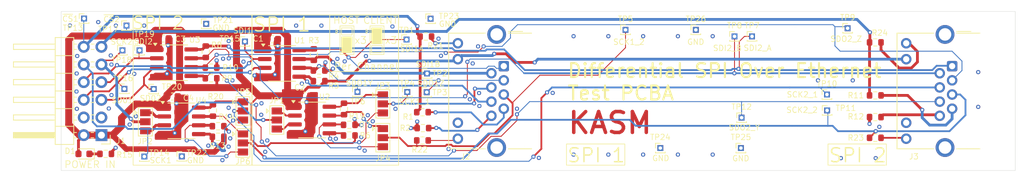
<source format=kicad_pcb>
(kicad_pcb (version 20240108) (generator "pcbnew") (generator_version "8.0")
  (title_block (title "KASM Differential SPI Over Ethernet Board") (date "2024-07-16") (rev "1") (company "UC Observatories"))
  (layers (0 "F.Cu" signal) (1 "In1.Cu" signal) (2 "In2.Cu" signal) (31 "B.Cu" signal) (34 "B.Paste" user) (35 "F.Paste" user) (36 "B.SilkS" user "B.Silkscreen") (37 "F.SilkS" user "F.Silkscreen") (38 "B.Mask" user) (39 "F.Mask" user) (44 "Edge.Cuts" user))
  (net 0 "")
  (net 1 "/SPI1_SCK")
  (net 2 "+3V3")
  (net 3 "/SPI2_SCK")
  (net 4 "Net-(J2-Pad7)")
  (net 5 "/SPI1_SDO_Z")
  (net 6 "/SPI1_SCK_1")
  (net 7 "Net-(J2-Pad8)")
  (net 8 "Net-(J2-Pad9)")
  (net 9 "/SPI1_SDI_A")
  (net 10 "GND")
  (net 11 "/SPI1_SCK_2")
  (net 12 "/SPI1_SDO_Y")
  (net 13 "/SPI1_SDI_B")
  (net 14 "Net-(J2-Pad12)")
  (net 15 "/SPI2_SDO")
  (net 16 "/SPI1_SDO")
  (net 17 "/SPI1_SDI")
  (net 18 "/SPI1_~{CS}")
  (net 19 "/SPI2_~{CS}")
  (net 20 "/SPI2_SDI")
  (net 21 "/SPI2_SCK_Y")
  (net 22 "/SPI2_SCK_Z")
  (net 23 "/SPI2_SDI_B")
  (net 24 "Net-(J3-Pad8)")
  (net 25 "Net-(J3-Pad9)")
  (net 26 "/SPI2_SDI_A")
  (net 27 "Net-(J3-Pad7)")
  (net 28 "Net-(J3-Pad12)")
  (net 29 "/SPI2_SDO_Z")
  (net 30 "/SPI2_SDO_Y")
  (net 31 "Net-(JP1-A)")
  (net 32 "Net-(JP1-B)")
  (net 33 "Net-(JP2-B)")
  (net 34 "Net-(JP2-A)")
  (net 35 "/SPI1_SCK_A")
  (net 36 "/SPI1_SCK_Z")
  (net 37 "/SPI1_SCK_Y")
  (net 38 "/SPI1_SCK_B")
  (net 39 "/SPI2_SCK_A")
  (net 40 "/SPI2_SCK_1")
  (net 41 "/SPI2_SCK_2")
  (net 42 "/SPI2_SCK_B")
  (net 43 "Net-(D1-K)")
  (footprint "Resistor_SMD:R_0603_1608Metric" (layer "F.Cu") (at 168.783934 75.689997 180)
    (property "Reference" "R22")
    (property "Value" "1k")
  )
  (footprint "MountingHole:MountingHole_3.2mm_M3" (layer "F.Cu") (at 222.25 60.96)
    (property "Reference" "H2" (hide yes))
    (property "Value" "MountingHole")
  )
  (footprint "Connector_PinHeader_1.00mm:PinHeader_1x01_P1.00mm_Vertical" (layer "F.Cu") (at 128.1176 62.738)
    (property "Reference" "TP19")
    (property "Value" "TestPoint")
  )
  (footprint "Jumper:SolderJumper-3_P1.3mm_Open_Pad1.0x1.5mm" (layer "F.Cu") (at 142.9754 76.0522 -90)
    (property "Reference" "JP6")
    (property "Value" "Jumper")
  )
  (footprint "Connector_PinHeader_1.00mm:PinHeader_1x01_P1.00mm_Vertical" (layer "F.Cu") (at 120.142 58.166)
    (property "Reference" "TP13")
    (property "Value" "TestPoint")
  )
  (footprint "Jumper:SolderJumper-3_P1.3mm_Open_Pad1.0x1.5mm" (layer "F.Cu") (at 163.0884 70.4342 -90)
    (property "Reference" "JP3")
    (property "Value" "Jumper")
  )
  (footprint "Resistor_SMD:R_0603_1608Metric" (layer "F.Cu") (at 158.2624 73.4492 180)
    (property "Reference" "R7")
    (property "Value" "620")
  )
  (footprint "Connector_PinHeader_1.00mm:PinHeader_1x01_P1.00mm_Vertical" (layer "F.Cu") (at 143.256 61.468)
    (property "Reference" "TP15")
    (property "Value" "TestPoint")
  )
  (footprint "Connector_PinHeader_1.00mm:PinHeader_1x01_P1.00mm_Vertical" (layer "F.Cu") (at 226.9236 69.088)
    (property "Reference" "TP10")
    (property "Value" "TestPoint")
  )
  (footprint "Connector_PinHeader_1.00mm:PinHeader_1x01_P1.00mm_Vertical" (layer "F.Cu") (at 208.0768 59.7916)
    (property "Reference" "TP26")
    (property "Value" "TestPoint")
  )
  (footprint "Resistor_SMD:R_0603_1608Metric" (layer "F.Cu") (at 138.3922 65.2272 180)
    (property "Reference" "R10")
    (property "Value" "620")
  )
  (footprint "Connector_PinHeader_1.00mm:PinHeader_1x01_P1.00mm_Vertical" (layer "F.Cu") (at 126.238 59.182)
    (property "Reference" "TP17")
    (property "Value" "TestPoint")
  )
  (footprint "Connector_PinHeader_1.00mm:PinHeader_1x01_P1.00mm_Vertical" (layer "F.Cu") (at 214.5538 76.7842)
    (property "Reference" "TP25")
    (property "Value" "TestPoint")
  )
  (footprint "Resistor_SMD:R_0603_1608Metric" (layer "F.Cu") (at 233.87 72.331599)
    (property "Reference" "R12")
    (property "Value" "0")
  )
  (footprint "Connector_PinHeader_1.00mm:PinHeader_1x01_P1.00mm_Vertical" (layer "F.Cu") (at 166.497 61.1886)
    (property "Reference" "TP1")
    (property "Value" "TestPoint")
  )
  (footprint "Connector_RJ:RJ45_Connfly_DS1128-09-S8xx-S_Horizontal" (layer "F.Cu") (at 180.469933 65.009998 -90)
    (property "Reference" "J2")
    (property "Value" "RJ45_LED")
  )
  (footprint "Connector_PinHeader_1.00mm:PinHeader_1x01_P1.00mm_Vertical" (layer "F.Cu") (at 166.5986 68.7324)
    (property "Reference" "TP4")
    (property "Value" "TestPoint")
  )
  (footprint "Resistor_SMD:R_0603_1608Metric" (layer "F.Cu") (at 157.5004 71.1632 -90)
    (property "Reference" "R19")
    (property "Value" "110")
  )
  (footprint "LED_SMD:LED_0603_1608Metric" (layer "F.Cu") (at 120.12145 77.6224 180)
    (property "Reference" "D1")
    (property "Value" "Yellow")
  )
  (footprint "Package_SO:SOIC-8_3.9x4.9mm_P1.27mm" (layer "F.Cu") (at 133.0694 64.5158)
    (property "Reference" "U3")
    (property "Value" "SP3078EEN")
  )
  (footprint "Capacitor_SMD:C_0603_1608Metric" (layer "F.Cu") (at 151.879 69.2704)
    (property "Reference" "C2")
    (property "Value" "100nF")
  )
  (footprint "Connector_PinHeader_1.00mm:PinHeader_1x01_P1.00mm_Vertical" (layer "F.Cu") (at 169.3926 68.7578)
    (property "Reference" "TP3")
    (property "Value" "TestPoint")
  )
  (footprint "Connector_PinHeader_1.00mm:PinHeader_1x01_P1.00mm_Vertical" (layer "F.Cu") (at 125.6538 62.738)
    (property "Reference" "TP18")
    (property "Value" "TestPoint")
  )
  (footprint "Connector_PinHeader_1.00mm:PinHeader_1x01_P1.00mm_Vertical" (layer "F.Cu") (at 202.9714 76.7842)
    (property "Reference" "TP24")
    (property "Value" "TestPoint")
  )
  (footprint "Connector_PinHeader_1.00mm:PinHeader_1x01_P1.00mm_Vertical" (layer "F.Cu") (at 197.9676 59.7916)
    (property "Reference" "TP5")
    (property "Value" "TestPoint")
  )
  (footprint "Jumper:SolderJumper-3_P1.3mm_Open_Pad1.0x1.5mm" (layer "F.Cu") (at 142.9754 71.4502 -90)
    (property "Reference" "JP5")
    (property "Value" "Jumper")
  )
  (footprint "Capacitor_SMD:C_0603_1608Metric" (layer "F.Cu") (at 147.2308 61.1378)
    (property "Reference" "C1")
    (property "Value" "100nF")
  )
  (footprint "Resistor_SMD:R_0603_1608Metric" (layer "F.Cu") (at 153.162 63.3522 -90)
    (property "Reference" "R3")
    (property "Value" "110")
  )
  (footprint "Resistor_SMD:R_0603_1608Metric" (layer "F.Cu") (at 139.4062 75.1632)
    (property "Reference" "R13")
    (property "Value" "620")
  )
  (footprint "Resistor_SMD:R_0603_1608Metric" (layer "F.Cu") (at 138.3922 66.7512)
    (property "Reference" "R9")
    (property "Value" "620")
  )
  (footprint "Package_SO:SOIC-8_3.9x4.9mm_P1.27mm" (layer "F.Cu") (at 148.59 64.6222)
    (property "Reference" "U1")
    (property "Value" "SP3078EEN")
  )
  (footprint "Connector_PinHeader_1.00mm:PinHeader_1x01_P1.00mm_Vertical" (layer "F.Cu") (at 214.6554 72.4154)
    (property "Reference" "TP12")
    (property "Value" "TestPoint")
  )
  (footprint "Connector_PinHeader_1.00mm:PinHeader_1x01_P1.00mm_Vertical" (layer "F.Cu") (at 229.8954 59.563)
    (property "Reference" "TP9")
    (property "Value" "TestPoint")
  )
  (footprint "components_2:pmod_mating_conn" (layer "F.Cu") (at 117.3226 68.58)
    (property "Reference" "J1")
    (property "Value" "R/A 100mil Header 6x2")
  )
  (footprint "Connector_PinHeader_1.00mm:PinHeader_1x01_P1.00mm_Vertical" (layer "F.Cu") (at 169.4434 66.0654)
    (property "Reference" "TP2")
    (property "Value" "TestPoint")
  )
  (footprint "Connector_PinHeader_1.00mm:PinHeader_1x01_P1.00mm_Vertical" (layer "F.Cu") (at 137.6934 58.928)
    (property "Reference" "TP21")
    (property "Value" "TestPoint")
  )
  (footprint "Connector_PinHeader_1.00mm:PinHeader_1x01_P1.00mm_Vertical" (layer "F.Cu") (at 216.154 60.7314)
    (property "Reference" "TP7")
    (property "Value" "TestPoint")
  )
  (footprint "Jumper:SolderJumper-3_P1.3mm_Open_Pad1.0x1.5mm" (layer "F.Cu") (at 128.9404 73.0042 -90)
    (property "Reference" "JP2")
    (property "Value" "Jumper")
  )
  (footprint "Jumper:SolderJumper-3_P1.3mm_Open_Pad1.0x1.5mm" (layer "F.Cu") (at 147.8484 72.7502 -90)
    (property "Reference" "JP1")
    (property "Value" "Jumper")
  )
  (footprint "Resistor_SMD:R_0603_1608Metric" (layer "F.Cu") (at 139.4062 73.6392 180)
    (property "Reference" "R14")
    (property "Value" "620")
  )
  (footprint "MountingHole:MountingHole_3.2mm_M3" (layer "F.Cu") (at 222.25 75.565)
    (property "Reference" "H1" (hide yes))
    (property "Value" "MountingHole")
  )
  (footprint "Resistor_SMD:R_0603_1608Metric" (layer "F.Cu") (at 168.846934 73.911997)
    (property "Reference" "R2")
    (property "Value" "0")
  )
  (footprint "Resistor_SMD:R_0603_1608Metric" (layer "F.Cu") (at 233.87 69.214999 180)
    (property "Reference" "R11")
    (property "Value" "0")
  )
  (footprint "Connector_PinHeader_1.00mm:PinHeader_1x01_P1.00mm_Vertical" (layer "F.Cu") (at 128.8034 78.0034)
    (property "Reference" "TP14")
    (property "Value" "TestPoint")
  )
  (footprint "Jumper:SolderJumper-3_P1.3mm_Open_Pad1.0x1.5mm" (layer "F.Cu") (at 163.0884 75.2902 -90)
    (property "Reference" "JP4")
    (property "Value" "Jumper")
  )
  (footprint "Resistor_SMD:R_0603_1608Metric" (layer "F.Cu") (at 137.6302 62.9412 -90)
    (property "Reference" "R8")
    (property "Value" "110")
  )
  (footprint "Connector_PinHeader_1.00mm:PinHeader_1x01_P1.00mm_Vertical" (layer "F.Cu") (at 159.4358 68.707)
    (property "Reference" "TP6")
    (property "Value" "TestPoint")
  )
  (footprint "Capacitor_SMD:C_0603_1608Metric" (layer "F.Cu") (at 131.5342 61.0362)
    (property "Reference" "C3")
    (property "Value" "100nF")
  )
  (footprint "Resistor_SMD:R_0603_1608Metric" (layer "F.Cu") (at 153.924 65.6382 180)
    (property "Reference" "R4")
    (property "Value" "620")
  )
  (footprint "Capacitor_SMD:C_0603_1608Metric" (layer "F.Cu") (at 132.829 69.372)
    (property "Reference" "C4")
    (property "Value" "100nF")
  )
  (footprint "Connector_PinHeader_1.00mm:PinHeader_1x01_P1.00mm_Vertical" (layer "F.Cu") (at 169.9514 58.1914)
    (property "Reference" "TP23")
    (property "Value" "TestPoint")
  )
  (footprint "Package_SO:SOIC-8_3.9x4.9mm_P1.27mm" (layer "F.Cu") (at 134.1474 72.8772)
    (property "Reference" "U4")
    (property "Value" "SP3078EEN")
  )
  (footprint "Connector_PinHeader_1.00mm:PinHeader_1x01_P1.00mm_Vertical" (layer "F.Cu") (at 213.6394 60.7314)
    (property "Reference" "TP8")
    (property "Value" "TestPoint")
  )
  (footprint "Connector_PinHeader_1.00mm:PinHeader_1x01_P1.00mm_Vertical" (layer "F.Cu") (at 125.9332 68.2752)
    (property "Reference" "TP16")
    (property "Value" "TestPoint")
  )
  (footprint "Package_SO:SOIC-8_3.9x4.9mm_P1.27mm" (layer "F.Cu") (at 152.9284 72.7502)
    (property "Reference" "U2")
    (property "Value" "SP3078EEN")
  )
  (footprint "Resistor_SMD:R_0603_1608Metric" (layer "F.Cu") (at 169.2656 60.7568)
    (property "Reference" "R21")
    (property "Value" "1k")
  )
  (footprint "Resistor_SMD:R_0603_1608Metric" (layer "F.Cu") (at 158.2624 74.9732)
    (property "Reference" "R6")
    (property "Value" "620")
  )
  (footprint "Resistor_SMD:R_0603_1608Metric" (layer "F.Cu") (at 233.87 61.595)
    (property "Reference" "R24")
    (property "Value" "1k")
  )
  (footprint "Resistor_SMD:R_0603_1608Metric" (layer "F.Cu") (at 233.87 75.310999 180)
    (property "Reference" "R23")
    (property "Value" "1k")
  )
  (footprint "Resistor_SMD:R_0603_1608Metric" (layer "F.Cu") (at 138.6574 71.3786 -90)
    (property "Reference" "R20")
    (property "Value" "110")
  )
  (footprint "Resistor_SMD:R_0603_1608Metric" (layer "F.Cu") (at 153.924 67.1622)
    (property "Reference" "R5")
    (property "Value" "620")
  )
  (footprint "Connector_RJ:RJ45_Connfly_DS1128-09-S8xx-S_Horizontal" (layer "F.Cu") (at 244.916 65.009997 -90)
    (property "Reference" "J3")
    (property "Value" "RJ45_LED")
  )
  (footprint "Connector_PinHeader_1.00mm:PinHeader_1x01_P1.00mm_Vertical" (layer "F.Cu") (at 134.1882 77.978)
    (property "Reference" "TP22")
    (property "Value" "TestPoint")
  )
  (footprint "Resistor_SMD:R_0603_1608Metric" (layer "F.Cu") (at 123.24805 77.6224 180)
    (property "Reference" "R15")
    (property "Value" "1k")
  )
  (footprint "Resistor_SMD:R_0603_1608Metric" (layer "F.Cu") (at 168.783934 71.625996 180)
    (property "Reference" "R1")
    (property "Value" "0")
  )
  (footprint "Connector_PinHeader_1.00mm:PinHeader_1x01_P1.00mm_Vertical" (layer "F.Cu") (at 130.1496 68.3006)
    (property "Reference" "TP20")
    (property "Value" "TestPoint")
  )
  (footprint "Connector_PinHeader_1.00mm:PinHeader_1x01_P1.00mm_Vertical" (layer "F.Cu") (at 226.949 71.374)
    (property "Reference" "TP11")
    (property "Value" "TestPoint")
  )
  (gr_line (start 156.3418 60.3202) (end 156.3418 59.7202) (stroke (width 0.1)) (layer "F.SilkS"))
  (gr_rect (start 157.1498 60.7822) (end 158.6738 63.0682) (stroke (width 0.1)) (fill solid) (layer "F.SilkS"))
  (gr_line (start 160.6804 59.6996) (end 160.9804 59.9996) (stroke (width 0.1)) (layer "F.SilkS"))
  (gr_rect (start 161.2458 59.2222) (end 163.2458 63.3222) (stroke (width 0.1)) (fill none) (layer "F.SilkS"))
  (gr_line (start 160.6804 60.2996) (end 160.6804 59.6996) (stroke (width 0.1)) (layer "F.SilkS"))
  (gr_line (start 160.9804 59.9996) (end 160.6804 60.2996) (stroke (width 0.1)) (layer "F.SilkS"))
  (gr_line (start 156.6418 60.0202) (end 156.3418 60.3202) (stroke (width 0.1)) (layer "F.SilkS"))
  (gr_rect (start 127.193124 57.658) (end 144.272 79.248) (stroke (width 0.1)) (fill none) (layer "F.SilkS"))
  (gr_rect (start 161.4678 62.0522) (end 162.9918 63.0682) (stroke (width 0.1)) (fill none) (layer "F.SilkS"))
  (gr_rect (start 161.4678 59.5122) (end 162.9918 61.7982) (stroke (width 0.1)) (fill solid) (layer "F.SilkS"))
  (gr_rect (start 157.1498 59.5122) (end 158.6738 60.5282) (stroke (width 0.1)) (fill none) (layer "F.SilkS"))
  (gr_rect (start 227.076 76.2) (end 235.458 79.248) (stroke (width 0.1)) (fill none) (layer "F.SilkS"))
  (gr_line (start 156.3418 59.7202) (end 156.6418 60.0202) (stroke (width 0.1)) (layer "F.SilkS"))
  (gr_rect (start 189.484 76.2) (end 197.866 79.248) (stroke (width 0.1)) (fill none) (layer "F.SilkS"))
  (gr_rect (start 156.9278 59.2222) (end 158.9278 63.3222) (stroke (width 0.1)) (fill none) (layer "F.SilkS"))
  (gr_rect (start 155.448 57.658) (end 165.354 65.786) (stroke (width 0.1)) (fill none) (layer "F.SilkS"))
  (gr_rect (start 144.272 57.658) (end 165.354 79.248) (stroke (width 0.1)) (fill none) (layer "F.SilkS"))
  (gr_rect (start 116.84 57.15) (end 254 80.01) (stroke (width 0.05)) (fill none) (layer "Edge.Cuts"))
  (gr_text "KASM	" (at 189.484 74.93 0) (layer "F.Cu") (effects (font (size 3 3) (thickness 0.5) (bold yes)) (justify left bottom)))
  (gr_text "SCK2" (at 123.9012 61.976 0) (layer "F.SilkS") (effects (font (size 0.8 0.8) (thickness 0.1)) (justify left bottom)))
  (gr_text "SDI2" (at 127.2286 61.9506 0) (layer "F.SilkS") (effects (font (size 0.8 0.8) (thickness 0.1)) (justify left bottom)))
  (gr_text "SPI 1" (at 144.272 60.198 0) (layer "F.SilkS") (effects (font (size 2 2) (thickness 0.2)) (justify left bottom)))
  (gr_text "SPI 2" (at 227.076 78.994 0) (layer "F.SilkS") (effects (font (size 2 2) (thickness 0.2)) (justify left bottom)))
  (gr_text "Differential SPI Over Ethernet\nTest PCBA" (at 189.484 70.0532 0) (layer "F.SilkS") (effects (font (size 2 2) (thickness 0.3)) (justify left bottom)))
  (gr_text "SCK1" (at 129.5146 79.0194 0) (layer "F.SilkS") (effects (font (size 0.8 0.8) (thickness 0.1)) (justify left bottom)))
  (gr_text "SD01" (at 124.0282 70.3834 0) (layer "F.SilkS") (effects (font (size 0.8 0.8) (thickness 0.1)) (justify left bottom)))
  (gr_text "HOST" (at 155.8798 59.0042 0) (layer "F.SilkS") (effects (font (size 1 1) (thickness 0.1)) (justify left bottom)))
  (gr_text "SDO1Y" (at 157.7086 67.9196 0) (layer "F.SilkS") (effects (font (size 0.8 0.8) (thickness 0.1)) (justify left bottom)))
  (gr_text "SDO2_Z" (at 227.3554 61.5696 0) (layer "F.SilkS") (effects (font (size 0.8 0.8) (thickness 0.1)) (justify left bottom)))
  (gr_text "GND" (at 138.557 59.9694 0) (layer "F.SilkS") (effects (font (size 0.8 0.8) (thickness 0.1)) (justify left bottom)))
  (gr_text "~{CS}1" (at 116.9416 58.674 0) (layer "F.SilkS") (effects (font (size 0.8 0.8) (thickness 0.1)) (justify left bottom)))
  (gr_text "SCK1_1" (at 165.354 70.612 0) (layer "F.SilkS") (effects (font (size 0.8 0.8) (thickness 0.1)) (justify left bottom)))
  (gr_text "GND" (at 206.7814 62.0014 0) (layer "F.SilkS") (effects (font (size 0.8 0.8) (thickness 0.1)) (justify left bottom)))
  (gr_text "SDI2_A" (at 214.884 62.865 0) (layer "F.SilkS") (effects (font (size 0.8 0.8) (thickness 0.1)) (justify left bottom)))
  (gr_text "POWER IN" (at 117.2464 79.7306 0) (layer "F.SilkS") (effects (font (size 1 1) (thickness 0.1)) (justify left bottom)))
  (gr_text "SPI 1" (at 189.484 78.994 0) (layer "F.SilkS") (effects (font (size 2 2) (thickness 0.2)) (justify left bottom)))
  (gr_text "SDO1Z" (at 167.9702 67.945 0) (layer "F.SilkS") (effects (font (size 0.8 0.8) (thickness 0.1)) (justify left bottom)))
  (gr_text "SDI1A" (at 165.481 62.992 0) (layer "F.SilkS") (effects (font (size 0.8 0.8) (thickness 0.1)) (justify left bottom)))
  (gr_text "Per Channel" (at 156.0322 65.6082 0) (layer "F.SilkS") (effects (font (size 1 1) (thickness 0.1)) (justify left bottom)))
  (gr_text "GND" (at 134.874 79.0194 0) (layer "F.SilkS") (effects (font (size 0.8 0.8) (thickness 0.1)) (justify left bottom)))
  (gr_text "SDI2_B" (at 210.4898 62.8904 0) (layer "F.SilkS") (effects (font (size 0.8 0.8) (thickness 0.1)) (justify left bottom)))
  (gr_text "SCK2_2" (at 221.0308 71.7804 0) (layer "F.SilkS") (effects (font (size 0.8 0.8) (thickness 0.1)) (justify left bottom)))
  (gr_text "SCK1_2" (at 196.1388 62.0014 0) (layer "F.SilkS") (effects (font (size 0.8 0.8) (thickness 0.1)) (justify left bottom)))
  (gr_text "SDO2_Y" (at 212.7504 74.295 0) (layer "F.SilkS") (effects (font (size 0.8 0.8) (thickness 0.1)) (justify left bottom)))
  (gr_text "GND" (at 213.2584 78.74 0) (layer "F.SilkS") (effects (font (size 0.8 0.8) (thickness 0.1)) (justify left bottom)))
  (gr_text "~{CS}2" (at 122.8598 58.7502 0) (layer "F.SilkS") (effects (font (size 0.8 0.8) (thickness 0.1)) (justify left bottom)))
  (gr_text "SCK2_1" (at 221.0816 69.5706 0) (layer "F.SilkS") (effects (font (size 0.8 0.8) (thickness 0.1)) (justify left bottom)))
  (gr_text "SDI1B" (at 167.767 65.2018 0) (layer "F.SilkS") (effects (font (size 0.8 0.8) (thickness 0.1)) (justify left bottom)))
  (gr_text "CLIENT" (at 160.1978 59.0042 0) (layer "F.SilkS") (effects (font (size 1 1) (thickness 0.1)) (justify left bottom)))
  (gr_text "GND" (at 201.7522 78.7146 0) (layer "F.SilkS") (effects (font (size 0.8 0.8) (thickness 0.1)) (justify left bottom)))
  (gr_text "GND" (at 171.0944 59.4106 0) (layer "F.SilkS") (effects (font (size 0.8 0.8) (thickness 0.1)) (justify left bottom)))
  (gr_text "SPI 2" (at 126.933 59.867 0) (layer "F.SilkS") (effects (font (size 1.8 1.8) (thickness 0.18)) (justify left bottom)))
  (gr_text "SDI1" (at 141.5034 60.3758 0) (layer "F.SilkS") (effects (font (size 0.8 0.8) (thickness 0.1)) (justify left bottom)))
  (gr_text "SD02" (at 128.0922 70.104 0) (layer "F.SilkS") (effects (font (size 0.8 0.8) (thickness 0.1)) (justify left bottom)))
  (gr_text "x3" (at 163.322 61.8744 0) (layer "F.SilkS") (effects (font (size 1 1) (thickness 0.1)) (justify left bottom)))
  (gr_text "x3" (at 158.9532 61.8744 0) (layer "F.SilkS") (effects (font (size 1 1) (thickness 0.1)) (justify left bottom)))
  (segment (start 147.8438 72.7456) (end 147.8484 72.7502) (width 0.254) (layer "F.Cu") (net 1))
  (segment (start 145.8976 72.7456) (end 147.8438 72.7456) (width 0.254) (layer "F.Cu") (net 1))
  (via (at 145.8976 72.7456) (size 0.6) (drill 0.3) (layers "F.Cu" "B.Cu") (net 1))
  (segment (start 126.435488 74.033) (end 126.0682 73.665712) (width 0.254) (layer "B.Cu") (net 1))
  (segment (start 142.2654 70.231) (end 136.679688 70.231) (width 0.254) (layer "B.Cu") (net 1))
  (segment (start 126.0682 73.665712) (end 122.001912 73.665712) (width 0.254) (layer "B.Cu") (net 1))
  (segment (start 132.877688 74.033) (end 129.286 74.033) (width 0.254) (layer "B.Cu") (net 1))
  (segment (start 122.001912 73.665712) (end 121.3866 73.0504) (width 0.254) (layer "B.Cu") (net 1))
  (segment (start 121.3866 66.064) (end 120.0926 64.77) (width 0.254) (layer "B.Cu") (net 1))
  (segment (start 128.8034 78.0034) (end 129.286 77.5208) (width 0.127) (layer "B.Cu") (net 1))
  (segment (start 144.78 72.7456) (end 142.2654 70.231) (width 0.254) (layer "B.Cu") (net 1))
  (segment (start 129.286 77.5208) (end 129.286 74.033) (width 0.127) (layer "B.Cu") (net 1))
  (segment (start 145.8976 72.7456) (end 144.78 72.7456) (width 0.254) (layer "B.Cu") (net 1))
  (segment (start 136.679688 70.231) (end 132.877688 74.033) (width 0.254) (layer "B.Cu") (net 1))
  (segment (start 129.286 74.033) (end 126.435488 74.033) (width 0.254) (layer "B.Cu") (net 1))
  (segment (start 121.3866 73.0504) (end 121.3866 66.064) (width 0.254) (layer "B.Cu") (net 1))
  (segment (start 126.2126 76.9366) (end 124.206 74.93) (width 0.8) (layer "F.Cu") (net 2))
  (segment (start 145.2926 69.2704) (end 149.6822 69.2704) (width 1) (layer "F.Cu") (net 2))
  (segment (start 143.5227 67.5005) (end 142.6718 66.6496) (width 1) (layer "F.Cu") (net 2))
  (segment (start 179.0954 63.238) (end 180.8146 63.238) (width 0.4) (layer "F.Cu") (net 2))
  (segment (start 117.9322 61.214) (end 118.4662 60.68) (width 1) (layer "F.Cu") (net 2))
  (segment (start 160.7028 64.262) (end 157.8026 67.1622) (width 0.4) (layer "F.Cu") (net 2))
  (segment (start 180.8146 63.238) (end 182.0498 64.4732) (width 0.4) (layer "F.Cu") (net 2))
  (segment (start 119.95 74.93) (end 122.49 74.93) (width 1) (layer "F.Cu") (net 2))
  (segment (start 156.066205 76.073) (end 146.980723 76.073) (width 0.254) (layer "F.Cu") (net 2))
  (segment (start 125.5268 72.4662) (end 125.5268 73.6092) (width 1) (layer "F.Cu") (net 2))
  (segment (start 132.054 69.372) (end 132.054 69.132618) (width 1) (layer "F.Cu") (net 2))
  (segment (start 130.3594 59.8612) (end 134.0358 59.8612) (width 1) (layer "F.Cu") (net 2))
  (segment (start 142.9258 68.0974) (end 143.5227 67.5005) (width 1) (layer "F.Cu") (net 2))
  (segment (start 154.749 67.1622) (end 153.874 68.0372) (width 0.4) (layer "F.Cu") (net 2))
  (segment (start 119.4562 74.93) (end 117.9322 73.406) (width 1) (layer "F.Cu") (net 2))
  (segment (start 139.2172 66.7512) (end 139.2172 67.7416) (width 0.4) (layer "F.Cu") (net 2))
  (segment (start 146.980723 76.073) (end 146.556923 76.4968) (width 0.254) (layer "F.Cu") (net 2))
  (segment (start 158.748568 76.074432) (end 156.067637 76.074432) (width 0.254) (layer "F.Cu") (net 2))
  (segment (start 130.403 60.68) (end 130.7592 61.0362) (width 1) (layer "F.Cu") (net 2))
  (segment (start 145.1022 76.4968) (end 144.2292 75.6238) (width 0.254) (layer "F.Cu") (net 2))
  (segment (start 129.7686 60.68) (end 129.7686 60.452) (width 1) (layer "F.Cu") (net 2))
  (segment (start 142.4686 65.193614) (end 142.4686 66.4464) (width 1) (layer "F.Cu") (net 2))
  (segment (start 117.9322 73.406) (end 117.9322 61.214) (width 1) (layer "F.Cu") (net 2))
  (segment (start 142.3162 59.8612) (end 142.0528 60.1246) (width 1) (layer "F.Cu") (net 2))
  (segment (start 119.33395 75.68865) (end 120.0926 74.93) (width 0.4) (layer "F.Cu") (net 2))
  (segment (start 136.3726 77.343) (end 135.9662 76.9366) (width 0.8) (layer "F.Cu") (net 2))
  (segment (start 132.054 69.132618) (end 133.089218 68.0974) (width 1) (layer "F.Cu") (net 2))
  (segment (start 134.0358 68.0974) (end 134.0358 67.4624) (width 1) (layer "F.Cu") (net 2))
  (segment (start 149.39 60.732618) (end 149.39 68.9782) (width 1) (layer "F.Cu") (net 2))
  (segment (start 129.7686 60.452) (end 130.3594 59.8612) (width 1) (layer "F.Cu") (net 2))
  (segment (start 134.0358 67.4624) (end 133.8694 67.296) (width 1) (layer "F.Cu") (net 2))
  (segment (start 127.5334 70.4596) (end 125.5268 72.4662) (width 1) (layer "F.Cu") (net 2))
  (segment (start 131.1598 70.4596) (end 131.6724 70.9722) (width 0.2) (layer "F.Cu") (net 2))
  (segment (start 159.0874 74.9732) (end 159.0874 75.7356) (width 0.254) (layer "F.Cu") (net 2))
  (segment (start 119.33395 77.6224) (end 119.33395 75.68865) (width 0.4) (layer "F.Cu") (net 2))
  (segment (start 130.9664 70.4596) (end 127.5334 70.4596) (width 1) (layer "F.Cu") (net 2))
  (segment (start 135.9662 76.9366) (end 126.2126 76.9366) (width 0.8) (layer "F.Cu") (net 2))
  (segment (start 157.8026 67.1622) (end 154.749 67.1622) (width 0.4) (layer "F.Cu") (net 2))
  (segment (start 125.5268 73.6092) (end 124.206 74.93) (width 1) (layer "F.Cu") (net 2))
  (segment (start 130.9664 70.4596) (end 131.1598 70.4596) (width 0.2) (layer "F.Cu") (net 2))
  (segment (start 161.163 64.262) (end 160.7028 64.262) (width 0.4) (layer "F.Cu") (net 2))
  (segment (start 119.95 74.93) (end 119.4562 74.93) (width 1) (layer "F.Cu") (net 2))
  (segment (start 159.0874 75.7356) (end 158.748568 76.074432) (width 0.254) (layer "F.Cu") (net 2))
  (segment (start 153.874 68.0372) (end 152.3372 68.0372) (width 0.4) (layer "F.Cu") (net 2))
  (segment (start 182.0498 64.4732) (end 184.912 64.4732) (width 0.4) (layer "F.Cu") (net 2))
  (segment (start 142.3162 59.8612) (end 145.1792 59.8612) (width 1) (layer "F.Cu") (net 2))
  (segment (start 142.0528 64.777814) (end 142.4686 65.193614) (width 1) (layer "F.Cu") (net 2))
  (segment (start 133.8694 67.296) (end 133.8694 60.0276) (width 1) (layer "F.Cu") (net 2))
  (segment (start 118.4662 60.68) (end 129.7686 60.68) (width 1) (layer "F.Cu") (net 2))
  (segment (start 134.0358 68.0974) (end 142.9258 68.0974) (width 1) (layer "F.Cu") (net 2))
  (segment (start 124.206 74.93) (end 122.49 74.93) (width 1) (layer "F.Cu") (net 2))
  (segment (start 145.1792 59.8612) (end 148.518582 59.8612) (width 1) (layer "F.Cu") (net 2))
  (segment (start 149.39 68.9782) (end 149.6822 69.2704) (width 1) (layer "F.Cu") (net 2))
  (segment (start 134.5504 60.3758) (end 141.8016 60.3758) (width 1) (layer "F.Cu") (net 2))
  (segment (start 129.7686 60.68) (end 130.403 60.68) (width 1) (layer "F.Cu") (net 2))
  (segment (start 144.2292 70.3338) (end 145.2926 69.2704) (width 0.254) (layer "F.Cu") (net 2))
  (segment (start 142.4686 66.4464) (end 142.6718 66.6496) (width 1) (layer "F.Cu") (net 2))
  (segment (start 145.1792 59.8612) (end 146.4558 61.1378) (width 1) (layer "F.Cu") (net 2))
  (segment (start 134.0358 59.8612) (end 134.5504 60.3758) (width 1) (layer "F.Cu") (net 2))
  (segment (start 144.2292 75.6238) (end 144.2292 70.3338) (width 0.254) (layer "F.Cu") (net 2))
  (segment (start 156.067637 76.074432) (end 156.066205 76.073) (width 0.254) (layer "F.Cu") (net 2))
  (segment (start 132.054 69.372) (end 130.9664 70.4596) (width 1) (layer "F.Cu") (net 2))
  (segment (start 140.2312 75.1632) (end 140.2312 75.999) (width 0.8) (layer "F.Cu") (net 2))
  (segment (start 146.556923 76.4968) (end 145.1022 76.4968) (width 0.254) (layer "F.Cu") (net 2))
  (segment (start 152.3372 68.0372) (end 151.104 69.2704) (width 0.4) (layer "F.Cu") (net 2))
  (segment (start 140.2312 75.999) (end 138.8872 77.343) (width 0.8) (layer "F.Cu") (net 2))
  (segment (start 138.8872 77.343) (end 136.3726 77.343) (width 0.8) (layer "F.Cu") (net 2))
  (segment (start 142.6718 66.6496) (end 145.2926 69.2704) (width 1) (layer "F.Cu") (net 2))
  (segment (start 149.6822 69.2704) (end 151.104 69.2704) (width 1) (layer "F.Cu") (net 2))
  (segment (start 142.0528 60.1246) (end 142.0528 64.777814) (width 1) (layer "F.Cu") (net 2))
  (segment (start 139.2172 67.7416) (end 139.2174 67.7418) (width 0.4) (layer "F.Cu") (net 2))
  (segment (start 133.089218 68.0974) (end 134.0358 68.0974) (width 1) (layer "F.Cu") (net 2))
  (segment (start 141.8016 60.3758) (end 142.3162 59.8612) (width 1) (layer "F.Cu") (net 2))
  (segment (start 148.518582 59.8612) (end 149.39 60.732618) (width 1) (layer "F.Cu") (net 2))
  (segment (start 133.8694 60.0276) (end 134.0358 59.8612) (width 1) (layer "F.Cu") (net 2))
  (via (at 161.163 64.262) (size 0.6) (drill 0.3) (layers "F.Cu" "B.Cu") (net 2))
  (via (at 179.0954 63.238) (size 0.6) (drill 0.3) (layers "F.Cu" "B.Cu") (net 2))
  (via (at 184.912 64.4732) (size 0.6) (drill 0.3) (layers "F.Cu" "B.Cu") (net 2))
  (segment (start 185.375203 64.009997) (end 238.316 64.009997) (width 0.4) (layer "B.Cu") (net 2))
  (segment (start 161.163 64.262) (end 173.617932 64.262) (width 0.4) (layer "B.Cu") (net 2))
  (segment (start 184.912 64.4732) (end 185.375203 64.009997) (width 0.4) (layer "B.Cu") (net 2))
  (segment (start 178.838544 63.494856) (end 179.0954 63.238) (width 0.4) (layer "B.Cu") (net 2))
  (segment (start 173.617932 64.262) (end 174.385076 63.494856) (width 0.4) (layer "B.Cu") (net 2))
  (segment (start 174.385076 63.494856) (end 178.838544 63.494856) (width 0.4) (layer "B.Cu") (net 2))
  (segment (start 127.284 73.0042) (end 128.9404 73.0042) (width 0.4) (layer "F.Cu") (net 3))
  (segment (start 123.224492 64.178108) (end 124.188292 64.178108) (width 0.2) (layer "F.Cu") (net 3))
  (segment (start 126.873 72.5932) (end 127.284 73.0042) (width 0.4) (layer "F.Cu") (net 3))
  (segment (start 124.188292 64.178108) (end 125.3744 62.992) (width 0.2) (layer "F.Cu") (net 3))
  (segment (start 122.6326 64.77) (end 123.224492 64.178108) (width 0.2) (layer "F.Cu") (net 3))
  (via (at 126.873 72.5932) (size 0.6) (drill 0.3) (layers "F.Cu" "B.Cu") (net 3))
  (segment (start 124.841 66.7766) (end 124.841 70.5612) (width 0.4) (layer "B.Cu") (net 3))
  (segment (start 122.49 64.77) (end 122.8344 64.77) (width 0.4) (layer "B.Cu") (net 3))
  (segment (start 122.8344 64.77) (end 124.841 66.7766) (width 0.4) (layer "B.Cu") (net 3))
  (segment (start 124.841 70.5612) (end 126.873 72.5932) (width 0.4) (layer "B.Cu") (net 3))
  (segment (start 169.608934 71.625996) (end 170.635196 71.625996) (width 0.254) (layer "F.Cu") (net 4))
  (segment (start 170.635196 71.625996) (end 170.6626 71.6534) (width 0.254) (layer "F.Cu") (net 4))
  (via (at 170.6626 71.6534) (size 0.6) (drill 0.3) (layers "F.Cu" "B.Cu") (net 4))
  (segment (start 170.6626 71.6534) (end 175.768 71.6534) (width 0.254) (layer "B.Cu") (net 4))
  (segment (start 179.4764 73.406) (end 180.469934 72.412466) (width 0.254) (layer "B.Cu") (net 4))
  (segment (start 180.469934 72.412466) (end 180.469934 71.129998) (width 0.254) (layer "B.Cu") (net 4))
  (segment (start 177.5206 73.406) (end 179.4764 73.406) (width 0.254) (layer "B.Cu") (net 4))
  (segment (start 175.768 71.6534) (end 177.5206 73.406) (width 0.254) (layer "B.Cu") (net 4))
  (segment (start 171.0944 67.056) (end 169.3926 68.7578) (width 0.127) (layer "F.Cu") (net 5))
  (segment (start 151.065 65.2572) (end 152.718 65.2572) (width 0.4) (layer "F.Cu") (net 5))
  (segment (start 153.2844 65.6382) (end 153.099 65.6382) (width 0.127) (layer "F.Cu") (net 5))
  (segment (start 171.0944 67.049998) (end 171.0944 67.056) (width 0.127) (layer "F.Cu") (net 5))
  (segment (start 152.718 65.2572) (end 153.099 65.6382) (width 0.4) (layer "F.Cu") (net 5))
  (segment (start 153.924 64.9986) (end 153.2844 65.6382) (width 0.4) (layer "F.Cu") (net 5))
  (via (at 153.924 64.9986) (size 0.6) (drill 0.3) (layers "F.Cu" "B.Cu") (net 5))
  (via (at 171.0944 67.049998) (size 0.6) (drill 0.3) (layers "F.Cu" "B.Cu") (net 5))
  (segment (start 171.0944 67.049998) (end 180.469933 67.049998) (width 0.127) (layer "B.Cu") (net 5))
  (segment (start 171.0944 67.049998) (end 156.686598 67.049998) (width 0.127) (layer "B.Cu") (net 5))
  (segment (start 156.686598 67.049998) (end 154.6352 64.9986) (width 0.127) (layer "B.Cu") (net 5))
  (segment (start 154.6352 64.9986) (end 153.924 64.9986) (width 0.127) (layer "B.Cu") (net 5))
  (segment (start 176.1998 70.358) (end 176.2506 70.3072) (width 0.254) (layer "F.Cu") (net 6))
  (segment (start 176.2506 70.3072) (end 176.2506 68.326) (width 0.254) (layer "F.Cu") (net 6))
  (segment (start 164.592 70.4088) (end 165.608 70.4088) (width 0.127) (layer "F.Cu") (net 6))
  (segment (start 176.2506 68.326) (end 176.3268 68.2498) (width 0.254) (layer "F.Cu") (net 6))
  (segment (start 165.608 70.4088) (end 166.5986 69.4182) (width 0.127) (layer "F.Cu") (net 6))
  (segment (start 164.5666 70.4342) (end 164.592 70.4088) (width 0.254) (layer "F.Cu") (net 6))
  (segment (start 163.0884 70.4342) (end 164.5666 70.4342) (width 0.254) (layer "F.Cu") (net 6))
  (segment (start 166.5986 69.4182) (end 166.5986 68.7324) (width 0.127) (layer "F.Cu") (net 6))
  (via (at 176.1998 70.358) (size 0.6) (drill 0.3) (layers "F.Cu" "B.Cu") (net 6))
  (via (at 164.592 70.4088) (size 0.6) (drill 0.3) (layers "F.Cu" "B.Cu") (net 6))
  (via (at 176.3268 68.2498) (size 0.6) (drill 0.3) (layers "F.Cu" "B.Cu") (net 6))
  (segment (start 164.592 70.4088) (end 176.149 70.4088) (width 0.254) (layer "B.Cu") (net 6))
  (segment (start 176.3268 68.2498) (end 178.510131 68.2498) (width 0.254) (layer "B.Cu") (net 6))
  (segment (start 176.149 70.4088) (end 176.1998 70.358) (width 0.254) (layer "B.Cu") (net 6))
  (segment (start 178.510131 68.2498) (end 178.689933 68.069998) (width 0.254) (layer "B.Cu") (net 6))
  (segment (start 170.740803 73.911997) (end 170.7642 73.8886) (width 0.254) (layer "F.Cu") (net 7))
  (segment (start 169.671934 73.911997) (end 170.740803 73.911997) (width 0.254) (layer "F.Cu") (net 7))
  (segment (start 176.664465 74.175465) (end 178.689933 72.149997) (width 0.254) (layer "F.Cu") (net 7))
  (via (at 170.7642 73.8886) (size 0.6) (drill 0.3) (layers "F.Cu" "B.Cu") (net 7))
  (via (at 176.664465 74.175465) (size 0.6) (drill 0.3) (layers "F.Cu" "B.Cu") (net 7))
  (segment (start 171.2214 73.8886) (end 170.7642 73.8886) (width 0.254) (layer "B.Cu") (net 7))
  (segment (start 171.6278 74.295) (end 171.2214 73.8886) (width 0.254) (layer "B.Cu") (net 7))
  (segment (start 176.664465 74.175465) (end 176.54493 74.295) (width 0.254) (layer "B.Cu") (net 7))
  (segment (start 176.54493 74.295) (end 171.6278 74.295) (width 0.254) (layer "B.Cu") (net 7))
  (segment (start 170.0906 60.7568) (end 170.0906 61.1754) (width 0.254) (layer "F.Cu") (net 8))
  (segment (start 170.0906 61.1754) (end 170.6372 61.722) (width 0.254) (layer "F.Cu") (net 8))
  (via (at 170.6372 61.722) (size 0.6) (drill 0.3) (layers "F.Cu" "B.Cu") (net 8))
  (segment (start 170.6372 61.722) (end 170.9928 61.722) (width 0.254) (layer "B.Cu") (net 8))
  (segment (start 170.994803 61.719997) (end 173.869933 61.719997) (width 0.254) (layer "B.Cu") (net 8))
  (segment (start 170.9928 61.722) (end 170.994803 61.719997) (width 0.254) (layer "B.Cu") (net 8))
  (segment (start 151.065 62.7172) (end 152.972 62.7172) (width 0.4) (layer "F.Cu") (net 9))
  (segment (start 158.164656 63.755144) (end 156.936712 62.5272) (width 0.254) (layer "F.Cu") (net 9))
  (segment (start 158.164656 63.755144) (end 159.155256 63.755144) (width 0.127) (layer "F.Cu") (net 9))
  (segment (start 156.936712 62.5272) (end 153.162 62.5272) (width 0.254) (layer "F.Cu") (net 9))
  (segment (start 159.155256 63.755144) (end 161.7218 61.1886) (width 0.127) (layer "F.Cu") (net 9))
  (segment (start 152.972 62.7172) (end 153.162 62.5272) (width 0.4) (layer "F.Cu") (net 9))
  (segment (start 161.7218 61.1886) (end 166.497 61.1886) (width 0.127) (layer "F.Cu") (net 9))
  (via (at 158.164656 63.755144) (size 0.6) (drill 0.3) (layers "F.Cu" "B.Cu") (net 9))
  (segment (start 179.422041 65.3288) (end 180.151131 65.3288) (width 0.127) (layer "B.Cu") (net 9))
  (segment (start 177.957825 65.3288) (end 178.270127 65.016498) (width 0.127) (layer "B.Cu") (net 9))
  (segment (start 158.164656 63.755144) (end 159.738312 65.3288) (width 0.127) (layer "B.Cu") (net 9))
  (segment (start 159.738312 65.3288) (end 177.957825 65.3288) (width 0.127) (layer "B.Cu") (net 9))
  (segment (start 180.151131 65.3288) (end 180.469933 65.009998) (width 0.127) (layer "B.Cu") (net 9))
  (segment (start 178.270127 65.016498) (end 179.109739 65.016498) (width 0.127) (layer "B.Cu") (net 9))
  (segment (start 179.109739 65.016498) (end 179.422041 65.3288) (width 0.127) (layer "B.Cu") (net 9))
  (segment (start 124.6759 76.7461) (end 124.07305 77.34895) (width 0.4) (layer "F.Cu") (net 10))
  (segment (start 168.021934 73.911997) (end 168.021934 72.975134) (width 0.4) (layer "F.Cu") (net 10))
  (segment (start 168.021934 72.975134) (end 168.021 72.9742) (width 0.4) (layer "F.Cu") (net 10))
  (segment (start 140.2312 73.694351) (end 140.2312 73.6392) (width 0.4) (layer "F.Cu") (net 10))
  (segment (start 159.0874 72.679832) (end 159.020736 72.613168) (width 0.4) (layer "F.Cu") (net 10))
  (segment (start 159.0874 73.4492) (end 159.0874 72.679832) (width 0.4) (layer "F.Cu") (net 10))
  (segment (start 139.2172 64.211) (end 139.192 64.1858) (width 0.4) (layer "F.Cu") (net 10))
  (segment (start 233.045 72.331599) (end 233.045 73.3044) (width 0.4) (layer "F.Cu") (net 10))
  (segment (start 139.2172 65.2272) (end 139.2172 64.211) (width 0.4) (layer "F.Cu") (net 10))
  (segment (start 167.108603 73.911997) (end 168.021934 73.911997) (width 0.4) (layer "F.Cu") (net 10))
  (segment (start 124.07305 77.34895) (end 124.07305 77.6224) (width 0.4) (layer "F.Cu") (net 10))
  (segment (start 154.749 64.554828) (end 154.749 65.6382) (width 0.4) (layer "F.Cu") (net 10))
  (segment (start 155.645173 65.6382) (end 154.749 65.6382) (width 0.4) (layer "F.Cu") (net 10))
  (segment (start 155.903006 65.380367) (end 155.645173 65.6382) (width 0.4) (layer "F.Cu") (net 10))
  (segment (start 159.0874 73.4492) (end 159.9616 73.4492) (width 0.4) (layer "F.Cu") (net 10))
  (segment (start 154.832907 64.470921) (end 154.749 64.554828) (width 0.4) (layer "F.Cu") (net 10))
  (segment (start 140.952211 74.415362) (end 140.2312 73.694351) (width 0.4) (layer "F.Cu") (net 10))
  (segment (start 159.9616 73.4492) (end 159.9946 73.4822) (width 0.4) (layer "F.Cu") (net 10))
  (via (at 210.5 77.724) (size 0.6) (drill 0.3) (layers "F.Cu" "B.Cu") (net 10))
  (via (at 133.1722 74.6252) (size 0.6) (drill 0.3) (layers "F.Cu" "B.Cu") (net 10))
  (via (at 157.599344 64.321207) (size 0.6) (drill 0.3) (layers "F.Cu" "B.Cu") (net 10))
  (via (at 234.451261 73.735997) (size 0.6) (drill 0.3) (layers "F.Cu" "B.Cu") (net 10))
  (via (at 160.919194 72.0581) (size 0.6) (drill 0.3) (layers "F.Cu" "B.Cu") (net 10))
  (via (at 151.9428 74.3966) (size 0.6) (drill 0.3) (layers "F.Cu" "B.Cu") (net 10))
  (via (at 159.9874 75.2094) (size 0.6) (drill 0.3) (layers "F.Cu" "B.Cu") (net 10))
  (via (at 119.0752 66.0654) (size 0.6) (drill 0.3) (layers "F.Cu" "B.Cu") (net 10))
  (via (at 233.934 78.232) (size 0.6) (drill 0.3) (layers "F.Cu" "B.Cu") (net 10))
  (via (at 155.903006 65.380367) (size 0.6) (drill 0.3) (layers "F.Cu" "B.Cu") (net 10))
  (via (at 151.447734 67.514699) (size 0.6) (drill 0.3) (layers "F.Cu" "B.Cu") (net 10))
  (via (at 123.9774 63.4746) (size 0.6) (drill 0.3) (layers "F.Cu" "B.Cu") (net 10))
  (via (at 146.474508 75.692503) (size 0.6) (drill 0.3) (layers "F.Cu" "B.Cu") (net 10))
  (via (at 122.174 58.674) (size 0.6) (drill 0.3) (layers "F.Cu" "B.Cu") (net 10))
  (via (at 205.5 77.724) (size 0.6) (drill 0.3) (layers "F.Cu" "B.Cu") (net 10))
  (via (at 147.574 66.2178) (size 0.6) (drill 0.3) (layers "F.Cu" "B.Cu") (net 10))
  (via (at 200.5 77.724) (size 0.6) (drill 0.3) (layers "F.Cu" "B.Cu") (net 10))
  (via (at 230.632 67.056) (size 0.6) (drill 0.3) (layers "F.Cu" "B.Cu") (net 10))
  (via (at 132.207 62.0268) (size 0.6) (drill 0.3) (layers "F.Cu" "B.Cu") (net 10))
  (via (at 144.64251 66.354099) (size 0.6) (drill 0.3) (layers "F.Cu" "B.Cu") (net 10))
  (via (at 182.364 71.132797) (size 0.6) (drill 0.3) (layers "F.Cu" "B.Cu") (net 10))
  (via (at 140.952211 74.415362) (size 0.6) (drill 0.3) (layers "F.Cu" "B.Cu") (net 10))
  (via (at 119.0498 68.6562) (size 0.6) (drill 0.3) (layers "F.Cu" "B.Cu") (net 10))
  (via (at 152.1206 70.1802) (size 0.6) (drill 0.3) (layers "F.Cu" "B.Cu") (net 10))
  (via (at 143.0528 64.3636) (size 0.6) (drill 0.3) (layers "F.Cu" "B.Cu") (net 10))
  (via (at 176.771397 62.169997) (size 0.6) (drill 0.3) (layers "F.Cu" "B.Cu") (net 10))
  (via (at 123.698 71.0946) (size 0.6) (drill 0.3) (layers "F.Cu" "B.Cu") (net 10))
  (via (at 145.639306 70.349779) (size 0.6) (drill 0.3) (layers "F.Cu" "B.Cu") (net 10))
  (via (at 141.144907 75.389064) (size 0.6) (drill 0.3) (layers "F.Cu" "B.Cu") (net 10))
  (via (at 132.0546 66.0908) (size 0.6) (drill 0.3) (layers "F.Cu" "B.Cu") (net 10))
  (via (at 133.4262 70.3834) (size 0.6) (drill 0.3) (layers "F.Cu" "B.Cu") (net 10))
  (via (at 146.174906 77.324844) (size 0.6) (drill 0.3) (layers "F.Cu" "B.Cu") (net 10))
  (via (at 154.2542 59.182) (size 0.6) (drill 0.3) (layers "F.Cu" "B.Cu") (net 10))
  (via (at 190.5 77.724) (size 0.6) (drill 0.3) (layers "F.Cu" "B.Cu") (net 10))
  (via (at 119.1006 71.1454) (size 0.6) (drill 0.3) (layers "F.Cu" "B.Cu") (net 10))
  (via (at 154.832907 64.470921) (size 0.6) (drill 0.3) (layers "F.Cu" "B.Cu") (net 10))
  (via (at 159.020736 72.613168) (size 0.6) (drill 0.3) (layers "F.Cu" "B.Cu") (net 10))
  (via (at 159.9946 73.4822) (size 0.6) (drill 0.3) (layers "F.Cu" "B.Cu") (net 10))
  (via (at 156.550348 63.957624) (size 0.6) (drill 0.3) (layers "F.Cu" "B.Cu") (net 10))
  (via (at 176.000131 64.621306) (size 0.6) (drill 0.3) (layers "F.Cu" "B.Cu") (net 10))
  (via (at 147.9804 62.1284) (size 0.6) (drill 0.3) (layers "F.Cu" "B.Cu") (net 10))
  (via (at 248.666 65.866) (size 0.6) (drill 0.3) (layers "F.Cu" "B.Cu") (net 10))
  (via (at 171.086427 61.060034) (size 0.6) (drill 0.3) (layers "F.Cu" "B.Cu") (net 10))
  (via (at 141.092966 72.169849) (size 0.6) (drill 0.3) (layers "F.Cu" "B.Cu") (net 10))
  (via (at 141.464193 67.057222) (size 0.6) (drill 0.3) (layers "F.Cu" "B.Cu") (net 10))
  (via (at 150.622 59.182) (size 0.6) (drill 0.3) (layers "F.Cu" "B.Cu") (net 10))
  (via (at 145.600487 72.002816) (size 0.6) (drill 0.3) (layers "F.Cu" "B.Cu") (net 10))
  (via (at 195.5 77.724) (size 0.6) (drill 0.3) (layers "F.Cu" "B.Cu") (net 10))
  (via (at 210.5 60.706) (size 0.6) (drill 0.3) (layers "F.Cu" "B.Cu") (net 10))
  (via (at 119.1514 63.5508) (size 0.6) (drill 0.3) (layers "F.Cu" "B.Cu") (net 10))
  (via (at 175.5902 69.7738) (size 0.6) (drill 0.3) (layers "F.Cu" "B.Cu") (net 10))
  (via (at 124.079 69.1642) (size 0.6) (drill 0.3) (layers "F.Cu" "B.Cu") (net 10))
  (via (at 176.963386 70.736999) (size 0.6) (drill 0.3) (layers "F.Cu" "B.Cu") (net 10))
  (via (at 228.934 78.232) (size 0.6) (drill 0.3) (layers "F.Cu" "B.Cu") (net 10))
  (via (at 160.470163 77.1537) (size 0.6) (drill 0.3) (layers "F.Cu" "B.Cu") (net 10))
  (via (at 248.666 70.866) (size 0.6) (drill 0.3) (layers "F.Cu" "B.Cu") (net 10))
  (via (at 168.021 72.9742) (size 0.6) (drill 0.3) (layers "F.Cu" "B.Cu") (net 10))
  (via (at 124.714 59.182) (size 0.6) (drill 0.3) (layers "F.Cu" "B.Cu") (net 10))
  (via (at 161.636685 72.933875) (size 0.6) (drill 0.3) (layers "F.Cu" "B.Cu") (net 10))
  (via (at 124.071879 64.778108) (size 0.6) (drill 0.3) (layers "F.Cu" "B.Cu") (net 10))
  (via (at 176.914873 68.8768) (size 0.6) (drill 0.3) (layers "F.Cu" "B.Cu") (net 10))
  (via (at 137.997497 76.443) (size 0.6) (drill 0.3) (layers "F.Cu" "B.Cu") (net 10))
  (via (at 233.045 73.3044) (size 0.6) (drill 0.3) (layers "F.Cu" "B.Cu") (net 10))
  (via (at 200.5 60.706) (size 0.6) (drill 0.3) (layers "F.Cu" "B.Cu") (net 10))
  (via (at 225.632 67.056) (size 0.6) (drill 0.3) (layers "F.Cu" "B.Cu") (net 10))
  (via (at 185.515901 78.198942) (size 0.6) (drill 0.3) (layers "F.Cu" "B.Cu") (net 10))
  (via (at 167.108603 73.911997) (size 0.6) (drill 0.3) (layers "F.Cu" "B.Cu") (net 10))
  (via (at 118.11 59.182) (size 0.6) (drill 0.3) (layers "F.Cu" "B.Cu") (net 10))
  (via (at 140.122169 63.949297) (size 0.6) (drill 0.3) (layers "F.Cu" "B.Cu") (net 10))
  (via (at 164.899693 71.147264) (size 0.6) (drill 0.3) (layers "F.Cu" "B.Cu") (net 10))
  (via (at 172.532025 76.930636) (size 0.6) (drill 0.3) (layers "F.Cu" "B.Cu") (net 10))
  (via (at 140.023313 78.518287) (size 0.6) (drill 0.3) (layers "F.Cu" "B.Cu") (net 10))
  (via (at 140.921844 70.994831) (size 0.6) (drill 0.3) (layers "F.Cu" "B.Cu") (net 10))
  (via (at 139.192 64.1858) (size 0.6) (drill 0.3) (layers "F.Cu" "B.Cu") (net 10))
  (via (at 171.444854 63.522234) (size 0.6) (drill 0.3) (layers "F.Cu" "B.Cu") (net 10))
  (via (at 127.352676 66.116836) (size 0.6) (drill 0.3) (layers "F.Cu" "B.Cu") (net 10))
  (via (at 195.5 60.706) (size 0.6) (drill 0.3) (layers "F.Cu" "B.Cu") (net 10))
  (via (at 164.465 59.309) (size 0.6) (drill 0.3) (layers "F.Cu" "B.Cu") (net 10))
  (via (at 205.5 60.706) (size 0.6) (drill 0.3) (layers "F.Cu" "B.Cu") (net 10))
  (via (at 128.778 59.182) (size 0.6) (drill 0.3) (layers "F.Cu" "B.Cu") (net 10))
  (via (at 140.9352 61.404597) (size 0.6) (drill 0.3) (layers "F.Cu" "B.Cu") (net 10))
  (via (at 140.91443 76.58483) (size 0.6) (drill 0.3) (layers "F.Cu" "B.Cu") (net 10))
  (via (at 160.65374 63.563721) (size 0.6) (drill 0.3) (layers "F.Cu" "B.Cu") (net 10))
  (via (at 124.6759 76.7461) (size 0.6) (drill 0.3) (layers "F.Cu" "B.Cu") (net 10))
  (via (at 126.6952 73.406) (size 0.6) (drill 0.3) (layers "F.Cu" "B.Cu") (net 10))
  (via (at 187.5015 68.858412) (size 0.6) (drill 0.3) (layers "F.Cu" "B.Cu") (net 10))
  (via (at 190.5 60.706) (size 0.6) (drill 0.3) (layers "F.Cu" "B.Cu") (net 10))
  (via (at 127.5842 72.2122) (size 0.6) (drill 0.3) (layers "F.Cu" "B.Cu") (net 10))
  (via (at 156.327349 75.447432) (size 0.6) (drill 0.3) (layers "F.Cu" "B.Cu") (net 10))
  (segment (start 173.56811 76.516998) (end 176.644802 76.516998) (width 0.254) (layer "F.Cu") (net 11))
  (segment (start 181.686668 70.306732) (end 181.686668 70.281332) (width 0.127) (layer "F.Cu") (net 11))
  (segment (start 173.1344 76.5128) (end 173.563912 76.5128) (width 0.254) (layer "F.Cu") (net 11))
  (segment (start 181.737 70.357064) (end 181.686668 70.306732) (width 0.254) (layer "F.Cu") (net 11))
  (segment (start 194.0052 66.3194) (end 197.9676 62.357) (width 0.127) (layer "F.Cu") (net 11))
  (segment (start 166.687397 76.491997) (end 167.9448 76.491997) (width 0.254) (layer "F.Cu") (net 11))
  (segment (start 185.6486 66.3194) (end 194.0052 66.3194) (width 0.127) (layer "F.Cu") (net 11))
  (segment (start 163.0884 75.2902) (end 165.4856 75.2902) (width 0.254) (layer "F.Cu") (net 11))
  (segment (start 167.958934 76.477863) (end 167.9448 76.491997) (width 0.127) (layer "F.Cu") (net 11))
  (segment (start 178.4604 74.7014) (end 179.0954 74.7014) (width 0.254) (layer "F.Cu") (net 11))
  (segment (start 181.686668 70.281332) (end 185.6486 66.3194) (width 0.127) (layer "F.Cu") (net 11))
  (segment (start 167.9448 76.491997) (end 172.083952 76.491997) (width 0.254) (layer "F.Cu") (net 11))
  (segment (start 181.686668 70.306732) (end 180.469934 69.089998) (width 0.254) (layer "F.Cu") (net 11))
  (segment (start 172.083952 76.491997) (end 172.272313 76.303636) (width 0.254) (layer "F.Cu") (net 11))
  (segment (start 172.272313 76.303636) (end 172.925236 76.303636) (width 0.254) (layer "F.Cu") (net 11))
  (segment (start 176.644802 76.516998) (end 178.4604 74.7014) (width 0.254) (layer "F.Cu") (net 11))
  (segment (start 172.925236 76.303636) (end 173.1344 76.5128) (width 0.254) (layer "F.Cu") (net 11))
  (segment (start 181.737 72.0598) (end 181.737 70.357064) (width 0.254) (layer "F.Cu") (net 11))
  (segment (start 165.4856 75.2902) (end 166.687397 76.491997) (width 0.254) (layer "F.Cu") (net 11))
  (segment (start 197.9676 62.357) (end 197.9676 59.7916) (width 0.127) (layer "F.Cu") (net 11))
  (segment (start 179.0954 74.7014) (end 181.737 72.0598) (width 0.254) (layer "F.Cu") (net 11))
  (segment (start 167.958934 75.689997) (end 167.958934 76.477863) (width 0.127) (layer "F.Cu") (net 11))
  (segment (start 173.563912 76.5128) (end 173.56811 76.516998) (width 0.254) (layer "F.Cu") (net 11))
  (segment (start 151.065 66.5272) (end 152.464 66.5272) (width 0.4) (layer "F.Cu") (net 12))
  (segment (start 152.1968 67.2338) (end 151.4902 66.5272) (width 0.254) (layer "F.Cu") (net 12))
  (segment (start 151.4902 66.5272) (end 151.065 66.5272) (width 0.254) (layer "F.Cu") (net 12))
  (segment (start 152.464 66.5272) (end 153.099 67.1622) (width 0.4) (layer "F.Cu") (net 12))
  (via (at 152.1968 67.2338) (size 0.6) (drill 0.3) (layers "F.Cu" "B.Cu") (net 12))
  (segment (start 152.781 67.818) (end 159.4358 67.818) (width 0.254) (layer "B.Cu") (net 12))
  (segment (start 176.434112 69.731) (end 176.459512 69.731) (width 0.254) (layer "B.Cu") (net 12))
  (segment (start 176.8268 70.109999) (end 178.689933 70.109999) (width 0.254) (layer "B.Cu") (net 12))
  (segment (start 176.8268 70.098288) (end 176.8268 70.109999) (width 0.254) (layer "B.Cu") (net 12))
  (segment (start 159.4358 68.707) (end 159.4358 67.818) (width 0.127) (layer "B.Cu") (net 12))
  (segment (start 159.4358 67.818) (end 174.521112 67.818) (width 0.254) (layer "B.Cu") (net 12))
  (segment (start 176.459512 69.731) (end 176.8268 70.098288) (width 0.254) (layer "B.Cu") (net 12))
  (segment (start 152.1968 67.2338) (end 152.781 67.818) (width 0.254) (layer "B.Cu") (net 12))
  (segment (start 174.521112 67.818) (end 176.434112 69.731) (width 0.254) (layer "B.Cu") (net 12))
  (segment (start 155.165653 63.6956) (end 153.6436 63.6956) (width 0.4) (layer "F.Cu") (net 13))
  (segment (start 152.972 63.9872) (end 153.162 64.1772) (width 0.4) (layer "F.Cu") (net 13))
  (segment (start 155.918982 64.448929) (end 155.165653 63.6956) (width 0.4) (layer "F.Cu") (net 13))
  (segment (start 151.065 63.9872) (end 152.972 63.9872) (width 0.4) (layer "F.Cu") (net 13))
  (segment (start 153.6436 63.6956) (end 153.162 64.1772) (width 0.4) (layer "F.Cu") (net 13))
  (via (at 155.918982 64.448929) (size 0.6) (drill 0.3) (layers "F.Cu" "B.Cu") (net 13))
  (segment (start 157.542587 66.029998) (end 178.689932 66.029998) (width 0.4) (layer "B.Cu") (net 13))
  (segment (start 155.961518 64.448929) (end 157.542587 66.029998) (width 0.4) (layer "B.Cu") (net 13))
  (segment (start 155.918982 64.448929) (end 155.961518 64.448929) (width 0.4) (layer "B.Cu") (net 13))
  (segment (start 169.608934 75.689997) (end 173.619934 75.689997) (width 0.127) (layer "F.Cu") (net 14))
  (segment (start 173.619934 75.689997) (end 173.869933 75.439998) (width 0.127) (layer "F.Cu") (net 14))
  (segment (start 128.7526 66.608864) (end 130.210664 65.1508) (width 0.254) (layer "F.Cu") (net 15))
  (segment (start 128.7526 67.564) (end 128.7526 66.608864) (width 0.254) (layer "F.Cu") (net 15))
  (segment (start 128.7526 67.7418) (end 128.7526 67.564) (width 0.254) (layer "F.Cu") (net 15))
  (segment (start 125.068445 69.85) (end 125.285845 69.6326) (width 0.254) (layer "F.Cu") (net 15))
  (segment (start 128.7526 67.564) (end 129.4892 68.3006) (width 0.2) (layer "F.Cu") (net 15))
  (segment (start 129.4892 68.3006) (end 130.1496 68.3006) (width 0.2) (layer "F.Cu") (net 15))
  (segment (start 125.285845 69.6326) (end 126.8618 69.6326) (width 0.254) (layer "F.Cu") (net 15))
  (segment (start 130.210664 65.1508) (end 130.5944 65.1508) (width 0.254) (layer "F.Cu") (net 15))
  (segment (start 126.8618 69.6326) (end 128.7526 67.7418) (width 0.254) (layer "F.Cu") (net 15))
  (segment (start 122.49 69.85) (end 125.068445 69.85) (width 0.254) (layer "F.Cu") (net 15))
  (segment (start 124.994544 67.361944) (end 123.725688 68.6308) (width 0.254) (layer "F.Cu") (net 16))
  (segment (start 123.725688 68.6308) (end 121.1692 68.6308) (width 0.254) (layer "F.Cu") (net 16))
  (segment (start 146.115 65.2572) (end 144.623 65.2572) (width 0.254) (layer "F.Cu") (net 16))
  (segment (start 121.1692 68.6308) (end 119.95 69.85) (width 0.254) (layer "F.Cu") (net 16))
  (segment (start 125.019944 67.361944) (end 124.994544 67.361944) (width 0.127) (layer "F.Cu") (net 16))
  (segment (start 126.465088 65.8914) (end 124.994544 67.361944) (width 0.254) (layer "F.Cu") (net 16))
  (segment (start 126.585093 65.8914) (end 126.465088 65.8914) (width 0.254) (layer "F.Cu") (net 16))
  (segment (start 125.9332 68.2752) (end 125.019944 67.361944) (width 0.127) (layer "F.Cu") (net 16))
  (segment (start 144.623 65.2572) (end 143.9926 65.8876) (width 0.254) (layer "F.Cu") (net 16))
  (via (at 126.585093 65.8914) (size 0.6) (drill 0.3) (layers "F.Cu" "B.Cu") (net 16))
  (via (at 143.9926 65.8876) (size 0.6) (drill 0.3) (layers "F.Cu" "B.Cu") (net 16))
  (segment (start 128.1684 65.4638) (end 132.314312 65.4638) (width 0.254) (layer "B.Cu") (net 16))
  (segment (start 132.314312 65.4638) (end 132.788912 65.9384) (width 0.254) (layer "B.Cu") (net 16))
  (segment (start 132.788912 65.9384) (end 143.9418 65.9384) (width 0.254) (layer "B.Cu") (net 16))
  (segment (start 127.012693 65.4638) (end 128.1684 65.4638) (width 0.254) (layer "B.Cu") (net 16))
  (segment (start 143.9418 65.9384) (end 143.9926 65.8876) (width 0.254) (layer "B.Cu") (net 16))
  (segment (start 126.585093 65.8914) (end 127.012693 65.4638) (width 0.254) (layer "B.Cu") (net 16))
  (segment (start 123.6726 66.0654) (end 124.8664 64.8716) (width 0.254) (layer "F.Cu") (net 17))
  (segment (start 143.256 62.798) (end 144.4452 63.9872) (width 0.2) (layer "F.Cu") (net 17))
  (segment (start 143.256 61.468) (end 143.256 62.798) (width 0.2) (layer "F.Cu") (net 17))
  (segment (start 121.1946 66.0654) (end 123.6726 66.0654) (width 0.254) (layer "F.Cu") (net 17))
  (segment (start 143.8402 64.5922) (end 144.4452 63.9872) (width 0.254) (layer "F.Cu") (net 17))
  (segment (start 119.95 67.31) (end 121.1946 66.0654) (width 0.254) (layer "F.Cu") (net 17))
  (segment (start 144.4452 63.9872) (end 146.115 63.9872) (width 0.254) (layer "F.Cu") (net 17))
  (via (at 124.8664 64.8716) (size 0.6) (drill 0.3) (layers "F.Cu" "B.Cu") (net 17))
  (via (at 143.8402 64.5922) (size 0.6) (drill 0.3) (layers "F.Cu" "B.Cu") (net 17))
  (segment (start 143.8402 64.5922) (end 143.1544 65.278) (width 0.254) (layer "B.Cu") (net 17))
  (segment (start 125.0046 65.0098) (end 124.8664 64.8716) (width 0.254) (layer "B.Cu") (net 17))
  (segment (start 132.502364 65.0098) (end 125.0046 65.0098) (width 0.254) (layer "B.Cu") (net 17))
  (segment (start 143.1544 65.278) (end 132.770564 65.278) (width 0.254) (layer "B.Cu") (net 17))
  (segment (start 132.770564 65.278) (end 132.502364 65.0098) (width 0.254) (layer "B.Cu") (net 17))
  (segment (start 167.958934 71.625996) (end 168.4528 71.13213) (width 0.4) (layer "F.Cu") (net 18))
  (segment (start 168.0464 59.2582) (end 168.0464 60.3626) (width 0.4) (layer "F.Cu") (net 18))
  (segment (start 168.0464 60.3626) (end 168.4406 60.7568) (width 0.4) (layer "F.Cu") (net 18))
  (segment (start 168.4528 71.13213) (end 168.4528 60.769) (width 0.4) (layer "F.Cu") (net 18))
  (segment (start 168.4528 60.769) (end 168.4406 60.7568) (width 0.4) (layer "F.Cu") (net 18))
  (via (at 168.0464 59.2582) (size 0.6) (drill 0.3) (layers "F.Cu" "B.Cu") (net 18))
  (segment (start 124.5474 57.85) (end 120.1674 62.23) (width 0.4) (layer "B.Cu") (net 18))
  (segment (start 166.6382 57.85) (end 124.5474 57.85) (width 0.4) (layer "B.Cu") (net 18))
  (segment (start 120.0926 62.23) (end 120.0926 58.2154) (width 0.127) (layer "B.Cu") (net 18))
  (segment (start 120.0926 58.2154) (end 120.142 58.166) (width 0.127) (layer "B.Cu") (net 18))
  (segment (start 168.0464 59.2582) (end 166.6382 57.85) (width 0.4) (layer "B.Cu") (net 18))
  (segment (start 233.0958 61.5442) (end 233.045 61.595) (width 0.4) (layer "F.Cu") (net 19))
  (segment (start 233.045 69.214999) (end 233.045 61.595) (width 0.4) (layer "F.Cu") (net 19))
  (segment (start 233.0958 60.1472) (end 233.0958 61.5442) (width 0.4) (layer "F.Cu") (net 19))
  (via (at 233.0958 60.1472) (size 0.6) (drill 0.3) (layers "F.Cu" "B.Cu") (net 19))
  (segment (start 126.238 59.7662) (end 126.238 59.182) (width 0.127) (layer "B.Cu") (net 19))
  (segment (start 122.49 62.23) (end 122.49 62.1426) (width 0.4) (layer "B.Cu") (net 19))
  (segment (start 126.746 60.0202) (end 126.492 60.0202) (width 0.127) (layer "B.Cu") (net 19))
  (segment (start 172.2628 60.0202) (end 173.99 58.293) (width 0.4) (layer "B.Cu") (net 19))
  (segment (start 122.49 62.1426) (end 124.6124 60.0202) (width 0.4) (layer "B.Cu") (net 19))
  (segment (start 173.99 58.293) (end 231.2416 58.293) (width 0.4) (layer "B.Cu") (net 19))
  (segment (start 126.746 60.0202) (end 172.2628 60.0202) (width 0.4) (layer "B.Cu") (net 19))
  (segment (start 126.492 60.0202) (end 126.238 59.7662) (width 0.127) (layer "B.Cu") (net 19))
  (segment (start 231.2416 58.293) (end 233.0958 60.1472) (width 0.4) (layer "B.Cu") (net 19))
  (segment (start 124.6124 60.0202) (end 126.746 60.0202) (width 0.4) (layer "B.Cu") (net 19))
  (segment (start 128.0414 62.8142) (end 128.0414 63.8808) (width 0.127) (layer "F.Cu") (net 20))
  (segment (start 122.49 67.31) (end 123.8758 67.31) (width 0.254) (layer "F.Cu") (net 20))
  (segment (start 123.8758 67.31) (end 127.305 63.8808) (width 0.254) (layer "F.Cu") (net 20))
  (segment (start 127.305 63.8808) (end 128.0414 63.8808) (width 0.254) (layer "F.Cu") (net 20))
  (segment (start 128.0414 63.8808) (end 130.5944 63.8808) (width 0.254) (layer "F.Cu") (net 20))
  (segment (start 128.1176 62.738) (end 128.0414 62.8142) (width 0.127) (layer "F.Cu") (net 20))
  (segment (start 136.6224 74.7822) (end 138.2002 74.7822) (width 0.4) (layer "F.Cu") (net 21))
  (segment (start 141.564445 72.816155) (end 141.6304 72.7502) (width 0.127) (layer "F.Cu") (net 21))
  (segment (start 138.5812 76.021) (end 138.5812 75.1632) (width 0.4) (layer "F.Cu") (net 21))
  (segment (start 138.2002 74.7822) (end 138.5812 75.1632) (width 0.4) (layer "F.Cu") (net 21))
  (segment (start 138.758803 76.198603) (end 138.5812 76.021) (width 0.4) (layer "F.Cu") (net 21))
  (segment (start 141.6304 72.7502) (end 142.9754 72.7502) (width 0.127) (layer "F.Cu") (net 21))
  (via (at 141.564445 72.816155) (size 0.6) (drill 0.3) (layers "F.Cu" "B.Cu") (net 21))
  (via (at 138.758803 76.198603) (size 0.6) (drill 0.3) (layers "F.Cu" "B.Cu") (net 21))
  (segment (start 138.758803 76.198603) (end 139.012803 76.198603) (width 0.4) (layer "B.Cu") (net 21))
  (segment (start 139.012803 76.198603) (end 139.968097 77.153897) (width 0.4) (layer "B.Cu") (net 21))
  (segment (start 141.564445 72.816155) (end 140.349097 74.031503) (width 0.127) (layer "B.Cu") (net 21))
  (segment (start 139.968097 77.153897) (end 140.349097 77.153897) (width 0.4) (layer "B.Cu") (net 21))
  (segment (start 140.349097 74.031503) (end 140.349097 77.153897) (width 0.127) (layer "B.Cu") (net 21))
  (segment (start 138.4542 73.5122) (end 138.5812 73.6392) (width 0.4) (layer "F.Cu") (net 22))
  (segment (start 140.589 77.9526) (end 141.1894 77.3522) (width 0.127) (layer "F.Cu") (net 22))
  (segment (start 135.3266 73.5122) (end 134.6708 74.168) (width 0.127) (layer "F.Cu") (net 22))
  (segment (start 136.6224 73.5122) (end 138.4542 73.5122) (width 0.4) (layer "F.Cu") (net 22))
  (segment (start 134.6708 75.438) (end 134.8994 75.6666) (width 0.127) (layer "F.Cu") (net 22))
  (segment (start 134.6708 74.168) (end 134.6708 75.438) (width 0.127) (layer "F.Cu") (net 22))
  (segment (start 136.6224 73.5122) (end 135.3266 73.5122) (width 0.127) (layer "F.Cu") (net 22))
  (segment (start 141.1894 77.3522) (end 142.9754 77.3522) (width 0.127) (layer "F.Cu") (net 22))
  (via (at 134.8994 75.6666) (size 0.6) (drill 0.3) (layers "F.Cu" "B.Cu") (net 22))
  (via (at 140.589 77.9526) (size 0.6) (drill 0.3) (layers "F.Cu" "B.Cu") (net 22))
  (segment (start 138.1506 77.9526) (end 140.589 77.9526) (width 0.127) (layer "B.Cu") (net 22))
  (segment (start 134.8994 75.6666) (end 135.8646 75.6666) (width 0.127) (layer "B.Cu") (net 22))
  (segment (start 135.8646 75.6666) (end 138.1506 77.9526) (width 0.127) (layer "B.Cu") (net 22))
  (segment (start 213.6394 66.004597) (end 213.614 66.029997) (width 0.127) (layer "F.Cu") (net 23))
  (segment (start 213.6394 60.7314) (end 213.6394 66.004597) (width 0.127) (layer "F.Cu") (net 23))
  (segment (start 175.2346 69.022022) (end 175.2346 64.389) (width 0.127) (layer "F.Cu") (net 23))
  (segment (start 174.920623 69.335999) (end 175.2346 69.022022) (width 0.127) (layer "F.Cu") (net 23))
  (segment (start 135.5444 63.8808) (end 137.5156 63.8808) (width 0.4) (layer "F.Cu") (net 23))
  (segment (start 137.5156 63.8808) (end 137.6302 63.7662) (width 0.4) (layer "F.Cu") (net 23))
  (segment (start 140.9352 63.008) (end 140.5128 62.5856) (width 0.127) (layer "F.Cu") (net 23))
  (segment (start 140.9352 63.893645) (end 140.9352 63.008) (width 0.127) (layer "F.Cu") (net 23))
  (segment (start 140.5128 62.5856) (end 138.8108 62.5856) (width 0.127) (layer "F.Cu") (net 23))
  (segment (start 138.8108 62.5856) (end 137.6302 63.7662) (width 0.127) (layer "F.Cu") (net 23))
  (via (at 174.920623 69.335999) (size 0.6) (drill 0.3) (layers "F.Cu" "B.Cu") (net 23))
  (via (at 140.9352 63.893645) (size 0.6) (drill 0.3) (layers "F.Cu" "B.Cu") (net 23))
  (via (at 175.2346 64.389) (size 0.6) (drill 0.3) (layers "F.Cu" "B.Cu") (net 23))
  (via (at 213.614 66.029997) (size 0.6) (drill 0.3) (layers "F.Cu" "B.Cu") (net 23))
  (segment (start 141.151045 63.6778) (end 143.8656 63.6778) (width 0.127) (layer "B.Cu") (net 23))
  (segment (start 145.4658 65.278) (end 145.4658 66.9242) (width 0.127) (layer "B.Cu") (net 23))
  (segment (start 175.2346 64.389) (end 175.627102 63.996498) (width 0.127) (layer "B.Cu") (net 23))
  (segment (start 181.351048 63.996498) (end 183.384547 66.029997) (width 0.127) (layer "B.Cu") (net 23))
  (segment (start 174.716232 69.54039) (end 174.920623 69.335999) (width 0.127) (layer "B.Cu") (net 23))
  (segment (start 213.614 66.029997) (end 243.136 66.029997) (width 0.254) (layer "B.Cu") (net 23))
  (segment (start 140.9352 63.893645) (end 141.151045 63.6778) (width 0.127) (layer "B.Cu") (net 23))
  (segment (start 183.384547 66.029997) (end 213.614 66.029997) (width 0.254) (layer "B.Cu") (net 23))
  (segment (start 148.08199 69.54039) (end 174.716232 69.54039) (width 0.127) (layer "B.Cu") (net 23))
  (segment (start 175.627102 63.996498) (end 181.351048 63.996498) (width 0.127) (layer "B.Cu") (net 23))
  (segment (start 143.8656 63.6778) (end 145.4658 65.278) (width 0.127) (layer "B.Cu") (net 23))
  (segment (start 145.4658 66.9242) (end 148.08199 69.54039) (width 0.127) (layer "B.Cu") (net 23))
  (segment (start 234.695 72.331599) (end 235.026602 71.999997) (width 0.4) (layer "F.Cu") (net 24))
  (segment (start 235.026602 71.999997) (end 242.986001 71.999997) (width 0.4) (layer "F.Cu") (net 24))
  (segment (start 242.986001 71.999997) (end 243.136 72.149996) (width 0.4) (layer "F.Cu") (net 24))
  (segment (start 237.2868 65.278) (end 239.0648 65.278) (width 0.4) (layer "F.Cu") (net 25))
  (segment (start 239.9284 62.9158) (end 238.732597 61.719997) (width 0.4) (layer "F.Cu") (net 25))
  (segment (start 234.695 61.595) (end 234.695 62.6862) (width 0.4) (layer "F.Cu") (net 25))
  (segment (start 239.0648 65.278) (end 239.9284 64.4144) (width 0.4) (layer "F.Cu") (net 25))
  (segment (start 234.695 62.6862) (end 237.2868 65.278) (width 0.4) (layer "F.Cu") (net 25))
  (segment (start 238.732597 61.719997) (end 238.316 61.719997) (width 0.4) (layer "F.Cu") (net 25))
  (segment (start 239.9284 64.4144) (end 239.9284 62.9158) (width 0.4) (layer "F.Cu") (net 25))
  (segment (start 214.2029 65.402997) (end 214.3252 65.280697) (width 0.127) (layer "F.Cu") (net 26))
  (segment (start 214.3252 65.280697) (end 214.3252 61.468) (width 0.127) (layer "F.Cu") (net 26))
  (segment (start 137.1356 62.6108) (end 137.6302 62.1162) (width 0.4) (layer "F.Cu") (net 26))
  (segment (start 135.5444 62.6108) (end 137.1356 62.6108) (width 0.4) (layer "F.Cu") (net 26))
  (segment (start 215.0618 60.7314) (end 216.154 60.7314) (width 0.127) (layer "F.Cu") (net 26))
  (segment (start 140.8468 62.1162) (end 140.9352 62.2046) (width 0.4) (layer "F.Cu") (net 26))
  (segment (start 137.6302 62.1162) (end 140.8468 62.1162) (width 0.4) (layer "F.Cu") (net 26))
  (segment (start 214.3252 61.468) (end 215.0618 60.7314) (width 0.127) (layer "F.Cu") (net 26))
  (via (at 214.2029 65.402997) (size 0.6) (drill 0.3) (layers "F.Cu" "B.Cu") (net 26))
  (via (at 140.9352 62.2046) (size 0.6) (drill 0.3) (layers "F.Cu" "B.Cu") (net 26))
  (segment (start 148.240112 62.7554) (end 141.486 62.7554) (width 0.254) (layer "B.Cu") (net 26))
  (segment (start 141.486 62.7554) (end 140.9352 62.2046) (width 0.254) (layer "B.Cu") (net 26))
  (segment (start 214.2029 65.402997) (end 213.354288 65.402997) (width 0.254) (layer "B.Cu") (net 26))
  (segment (start 242.066891 65.575997) (end 242.689891 64.952997) (width 0.254) (layer "B.Cu") (net 26))
  (segment (start 178.017109 62.611) (end 177.831112 62.796997) (width 0.254) (layer "B.Cu") (net 26))
  (segment (start 177.831112 62.796997) (end 173.423824 62.796997) (width 0.254) (layer "B.Cu") (net 26))
  (segment (start 213.181288 65.575997) (end 183.482797 65.575997) (width 0.254) (layer "B.Cu") (net 26))
  (segment (start 173.060027 62.4332) (end 148.562312 62.4332) (width 0.254) (layer "B.Cu") (net 26))
  (segment (start 173.423824 62.796997) (end 173.060027 62.4332) (width 0.254) (layer "B.Cu") (net 26))
  (segment (start 214.2029 65.402997) (end 214.3759 65.575997) (width 0.254) (layer "B.Cu") (net 26))
  (segment (start 183.482797 65.575997) (end 180.5178 62.611) (width 0.254) (layer "B.Cu") (net 26))
  (segment (start 148.562312 62.4332) (end 148.240112 62.7554) (width 0.254) (layer "B.Cu") (net 26))
  (segment (start 180.5178 62.611) (end 178.017109 62.611) (width 0.254) (layer "B.Cu") (net 26))
  (segment (start 242.689891 64.952997) (end 244.859 64.952997) (width 0.254) (layer "B.Cu") (net 26))
  (segment (start 244.859 64.952997) (end 244.916 65.009997) (width 0.254) (layer "B.Cu") (net 26))
  (segment (start 213.354288 65.402997) (end 213.181288 65.575997) (width 0.254) (layer "B.Cu") (net 26))
  (segment (start 214.3759 65.575997) (end 242.066891 65.575997) (width 0.254) (layer "B.Cu") (net 26))
  (segment (start 240.6142 71.299997) (end 238.529202 69.214999) (width 0.4) (layer "F.Cu") (net 27))
  (segment (start 238.529202 69.214999) (end 234.695 69.214999) (width 0.4) (layer "F.Cu") (net 27))
  (via (at 240.6142 71.299997) (size 0.6) (drill 0.3) (layers "F.Cu" "B.Cu") (net 27))
  (segment (start 244.0178 73.4822) (end 244.916 72.584) (width 0.4) (layer "B.Cu") (net 27))
  (segment (start 244.916 72.584) (end 244.916 71.129998) (width 0.4) (layer "B.Cu") (net 27))
  (segment (start 241.681 73.4822) (end 244.0178 73.4822) (width 0.4) (layer "B.Cu") (net 27))
  (segment (start 240.6142 71.299997) (end 240.6142 72.4154) (width 0.4) (layer "B.Cu") (net 27))
  (segment (start 240.6142 72.4154) (end 241.681 73.4822) (width 0.4) (layer "B.Cu") (net 27))
  (segment (start 234.695 75.310999) (end 238.187002 75.310999) (width 0.254) (layer "F.Cu") (net 28))
  (segment (start 238.187002 75.310999) (end 238.316 75.439997) (width 0.254) (layer "F.Cu") (net 28))
  (segment (start 135.5444 65.1508) (end 137.4908 65.1508) (width 0.4) (layer "F.Cu") (net 29))
  (segment (start 137.4908 65.1508) (end 137.5672 65.2272) (width 0.4) (layer "F.Cu") (net 29))
  (segment (start 138.95859 63.619207) (end 138.95859 63.6223) (width 0.127) (layer "F.Cu") (net 29))
  (segment (start 139.192 63.385797) (end 138.95859 63.619207) (width 0.127) (layer "F.Cu") (net 29))
  (segment (start 138.95859 63.6223) (end 137.5672 65.01369) (width 0.127) (layer "F.Cu") (net 29))
  (segment (start 137.5672 65.01369) (end 137.5672 65.2272) (width 0.127) (layer "F.Cu") (net 29))
  (segment (start 176.744899 62.996498) (end 177.5714 62.169997) (width 0.127) (layer "F.Cu") (net 29))
  (segment (start 172.258302 62.996498) (end 176.744899 62.996498) (width 0.127) (layer "F.Cu") (net 29))
  (segment (start 172.1358 63.119) (end 172.258302 62.996498) (width 0.127) (layer "F.Cu") (net 29))
  (via (at 177.5714 62.169997) (size 0.6) (drill 0.3) (layers "F.Cu" "B.Cu") (net 29))
  (via (at 139.192 63.385797) (size 0.6) (drill 0.3) (layers "F.Cu" "B.Cu") (net 29))
  (via (at 172.1358 63.119) (size 0.6) (drill 0.3) (layers "F.Cu" "B.Cu") (net 29))
  (segment (start 227.7787 59.0465) (end 228.0666 59.3344) (width 0.127) (layer "B.Cu") (net 29))
  (segment (start 180.222203 62.169997) (end 181.4322 60.96) (width 0.127) (layer "B.Cu") (net 29))
  (segment (start 140.504855 63.330145) (end 155.201945 63.330145) (width 0.127) (layer "B.Cu") (net 29))
  (segment (start 182.44719 59.0465) (end 227.7787 59.0465) (width 0.127) (layer "B.Cu") (net 29))
  (segment (start 155.201945 63.330145) (end 155.60359 62.9285) (width 0.127) (layer "B.Cu") (net 29))
  (segment (start 155.60359 62.9285) (end 171.9453 62.9285) (width 0.127) (layer "B.Cu") (net 29))
  (segment (start 181.4322 60.96) (end 181.4322 60.06149) (width 0.127) (layer "B.Cu") (net 29))
  (segment (start 246.3292 65.636797) (end 244.916 67.049997) (width 0.127) (layer "B.Cu") (net 29))
  (segment (start 228.8286 62.865) (end 244.9068 62.865) (width 0.127) (layer "B.Cu") (net 29))
  (segment (start 139.192 63.385797) (end 140.449203 63.385797) (width 0.127) (layer "B.Cu") (net 29))
  (segment (start 229.6668 59.3344) (end 229.8954 59.563) (width 0.127) (layer "B.Cu") (net 29))
  (segment (start 228.0666 62.103) (end 228.8286 62.865) (width 0.127) (layer "B.Cu") (net 29))
  (segment (start 228.0666 59.3344) (end 229.6668 59.3344) (width 0.127) (layer "B.Cu") (net 29))
  (segment (start 177.5714 62.169997) (end 180.222203 62.169997) (width 0.127) (layer "B.Cu") (net 29))
  (segment (start 181.4322 60.06149) (end 182.44719 59.0465) (width 0.127) (layer "B.Cu") (net 29))
  (segment (start 244.9068 62.865) (end 246.3292 64.2874) (width 0.127) (layer "B.Cu") (net 29))
  (segment (start 246.3292 64.2874) (end 246.3292 65.636797) (width 0.127) (layer "B.Cu") (net 29))
  (segment (start 171.9453 62.9285) (end 172.1358 63.119) (width 0.127) (layer "B.Cu") (net 29))
  (segment (start 228.0666 59.3344) (end 228.0666 62.103) (width 0.127) (layer "B.Cu") (net 29))
  (segment (start 140.449203 63.385797) (end 140.504855 63.330145) (width 0.127) (layer "B.Cu") (net 29))
  (segment (start 176.6062 77.1398) (end 178.649502 75.096498) (width 0.127) (layer "F.Cu") (net 30))
  (segment (start 137.2368 66.4208) (end 137.5672 66.7512) (width 0.4) (layer "F.Cu") (net 30))
  (segment (start 173.3042 77.1398) (end 176.6062 77.1398) (width 0.127) (layer "F.Cu") (net 30))
  (segment (start 145.5881 73.8077) (end 144.872356 73.091956) (width 0.127) (layer "F.Cu") (net 30))
  (segment (start 145.6944 75.8698) (end 145.5881 75.7635) (width 0.127) (layer "F.Cu") (net 30))
  (segment (start 138.3057 66.0127) (end 139.61473 66.0127) (width 0.127) (layer "F.Cu") (net 30))
  (segment (start 180.088464 75.096498) (end 182.364 72.820962) (width 0.127) (layer "F.Cu") (net 30))
  (segment (start 140.6652 67.06317) (end 140.6652 67.0974) (width 0.127) (layer "F.Cu") (net 30))
  (segment (start 182.364 72.820962) (end 182.364 71.9328) (width 0.127) (layer "F.Cu") (net 30))
  (segment (start 178.649502 75.096498) (end 180.088464 75.096498) (width 0.127) (layer "F.Cu") (net 30))
  (segment (start 137.5672 66.7512) (end 138.3057 66.0127) (width 0.127) (layer "F.Cu") (net 30))
  (segment (start 144.872356 73.091956) (end 144.872356 70.577356) (width 0.127) (layer "F.Cu") (net 30))
  (segment (start 139.61473 66.0127) (end 140.6652 67.06317) (width 0.127) (layer "F.Cu") (net 30))
  (segment (start 135.5444 66.4208) (end 137.2368 66.4208) (width 0.4) (layer "F.Cu") (net 30))
  (segment (start 145.5881 75.7635) (end 145.5881 73.8077) (width 0.127) (layer "F.Cu") (net 30))
  (via (at 182.364 71.9328) (size 0.6) (drill 0.3) (layers "F.Cu" "B.Cu") (net 30))
  (via (at 144.872356 70.577356) (size 0.6) (drill 0.3) (layers "F.Cu" "B.Cu") (net 30))
  (via (at 173.3042 77.1398) (size 0.6) (drill 0.3) (layers "F.Cu" "B.Cu") (net 30))
  (via (at 145.6944 75.8698) (size 0.6) (drill 0.3) (layers "F.Cu" "B.Cu") (net 30))
  (via (at 140.6652 67.0974) (size 0.6) (drill 0.3) (layers "F.Cu" "B.Cu") (net 30))
  (segment (start 184.186802 70.109998) (end 214.6554 70.109998) (width 0.127) (layer "B.Cu") (net 30))
  (segment (start 184.186802 70.109998) (end 182.364 71.9328) (width 0.127) (layer "B.Cu") (net 30))
  (segment (start 144.872356 70.577356) (end 144.145156 70.577356) (width 0.127) (layer "B.Cu") (net 30))
  (segment (start 214.6554 70.109998) (end 243.136 70.109998) (width 0.127) (layer "B.Cu") (net 30))
  (segment (start 144.145156 70.577356) (end 140.6652 67.0974) (width 0.127) (layer "B.Cu") (net 30))
  (segment (start 147.7296 77.905) (end 145.6944 75.8698) (width 0.127) (layer "B.Cu") (net 30))
  (segment (start 172.539 77.905) (end 147.7296 77.905) (width 0.127) (layer "B.Cu") (net 30))
  (segment (start 173.3042 77.1398) (end 172.539 77.905) (width 0.127) (layer "B.Cu") (net 30))
  (segment (start 214.6554 72.4154) (end 214.6554 70.109998) (width 0.127) (layer "B.Cu") (net 30))
  (segment (start 148.8186 71.7804) (end 148.1786 71.7804) (width 0.254) (layer "F.Cu") (net 31))
  (segment (start 150.4534 72.1152) (end 149.1534 72.1152) (width 0.254) (layer "F.Cu") (net 31))
  (segment (start 148.1786 71.7804) (end 147.8484 71.4502) (width 0.254) (layer "F.Cu") (net 31))
  (segment (start 149.1534 72.1152) (end 148.8186 71.7804) (width 0.254) (layer "F.Cu") (net 31))
  (segment (start 149.478401 73.3852) (end 148.813401 74.0502) (width 0.254) (layer "F.Cu") (net 32))
  (segment (start 150.4534 73.3852) (end 149.478401 73.3852) (width 0.254) (layer "F.Cu") (net 32))
  (segment (start 148.813401 74.0502) (end 147.8484 74.0502) (width 0.254) (layer "F.Cu") (net 32))
  (segment (start 130.4752 73.5122) (end 130.2004 73.787) (width 0.4) (layer "F.Cu") (net 33))
  (segment (start 131.6724 73.5122) (end 130.4752 73.5122) (width 0.4) (layer "F.Cu") (net 33))
  (segment (start 130.2004 73.787) (end 130.2004 73.9303) (width 0.4) (layer "F.Cu") (net 33))
  (segment (start 129.8265 74.3042) (end 128.9404 74.3042) (width 0.4) (layer "F.Cu") (net 33))
  (segment (start 130.2004 73.9303) (end 129.8265 74.3042) (width 0.4) (layer "F.Cu") (net 33))
  (segment (start 130.459 72.2422) (end 129.921 71.7042) (width 0.4) (layer "F.Cu") (net 34))
  (segment (start 131.6724 72.2422) (end 130.459 72.2422) (width 0.4) (layer "F.Cu") (net 34))
  (segment (start 129.921 71.7042) (end 128.9404 71.7042) (width 0.4) (layer "F.Cu") (net 34))
  (segment (start 156.9934 70.8452) (end 157.5004 70.3382) (width 0.254) (layer "F.Cu") (net 35))
  (segment (start 160.6596 69.1342) (end 163.0884 69.1342) (width 0.254) (layer "F.Cu") (net 35))
  (segment (start 157.5004 70.3382) (end 159.4556 70.3382) (width 0.254) (layer "F.Cu") (net 35))
  (segment (start 159.4556 70.3382) (end 160.6596 69.1342) (width 0.254) (layer "F.Cu") (net 35))
  (segment (start 155.4034 70.8452) (end 156.9934 70.8452) (width 0.254) (layer "F.Cu") (net 35))
  (segment (start 159.874155 76.5902) (end 163.0884 76.5902) (width 0.127) (layer "F.Cu") (net 36))
  (segment (start 153.9494 73.864201) (end 154.428401 73.3852) (width 0.127) (layer "F.Cu") (net 36))
  (segment (start 157.3734 73.3852) (end 157.4374 73.4492) (width 0.254) (layer "F.Cu") (net 36))
  (segment (start 155.4034 73.3852) (end 157.3734 73.3852) (width 0.254) (layer "F.Cu") (net 36))
  (segment (start 153.9494 75.1332) (end 153.9494 73.864201) (width 0.127) (layer "F.Cu") (net 36))
  (segment (start 159.718428 76.745927) (end 159.874155 76.5902) (width 0.127) (layer "F.Cu") (net 36))
  (segment (start 154.428401 73.3852) (end 155.4034 73.3852) (width 0.127) (layer "F.Cu") (net 36))
  (via (at 159.718428 76.745927) (size 0.6) (drill 0.3) (layers "F.Cu" "B.Cu") (net 36))
  (via (at 153.9494 75.1332) (size 0.6) (drill 0.3) (layers "F.Cu" "B.Cu") (net 36))
  (segment (start 153.9494 75.1332) (end 155.562127 76.745927) (width 0.127) (layer "B.Cu") (net 36))
  (segment (start 155.562127 76.745927) (end 159.718428 76.745927) (width 0.127) (layer "B.Cu") (net 36))
  (segment (start 157.1194 74.6552) (end 157.4374 74.9732) (width 0.254) (layer "F.Cu") (net 37))
  (segment (start 160.655 75.33871) (end 160.655 73.119204) (width 0.127) (layer "F.Cu") (net 37))
  (segment (start 160.046748 75.946962) (end 160.655 75.33871) (width 0.127) (layer "F.Cu") (net 37))
  (segment (start 160.655 73.119204) (end 162.040004 71.7342) (width 0.127) (layer "F.Cu") (net 37))
  (segment (start 155.4034 75.320393) (end 155.4034 74.6552) (width 0.127) (layer "F.Cu") (net 37))
  (segment (start 155.4034 74.6552) (end 157.1194 74.6552) (width 0.254) (layer "F.Cu") (net 37))
  (segment (start 159.677701 75.946962) (end 160.046748 75.946962) (width 0.127) (layer "F.Cu") (net 37))
  (segment (start 162.040004 71.7342) (end 163.0884 71.7342) (width 0.127) (layer "F.Cu") (net 37))
  (segment (start 155.515303 75.432296) (end 155.4034 75.320393) (width 0.127) (layer "F.Cu") (net 37))
  (via (at 159.677701 75.946962) (size 0.6) (drill 0.3) (layers "F.Cu" "B.Cu") (net 37))
  (via (at 155.515303 75.432296) (size 0.6) (drill 0.3) (layers "F.Cu" "B.Cu") (net 37))
  (segment (start 159.677701 75.946962) (end 159.602463 76.0222) (width 0.127) (layer "B.Cu") (net 37))
  (segment (start 156.105207 76.0222) (end 155.515303 75.432296) (width 0.127) (layer "B.Cu") (net 37))
  (segment (start 159.602463 76.0222) (end 156.105207 76.0222) (width 0.127) (layer "B.Cu") (net 37))
  (segment (start 160.3248 72.5932) (end 160.292194 72.560594) (width 0.254) (layer "F.Cu") (net 38))
  (segment (start 160.292194 71.925594) (end 159.9692 71.6026) (width 0.254) (layer "F.Cu") (net 38))
  (segment (start 161.2185 73.615876) (end 162.714076 73.615876) (width 0.254) (layer "F.Cu") (net 38))
  (segment (start 160.292194 72.560594) (end 160.292194 71.925594) (width 0.254) (layer "F.Cu") (net 38))
  (segment (start 155.4034 72.1152) (end 157.3734 72.1152) (width 0.254) (layer "F.Cu") (net 38))
  (segment (start 159.9692 71.6026) (end 157.886 71.6026) (width 0.254) (layer "F.Cu") (net 38))
  (segment (start 157.886 71.6026) (end 157.5004 71.9882) (width 0.254) (layer "F.Cu") (net 38))
  (segment (start 162.714076 73.615876) (end 163.0884 73.9902) (width 0.254) (layer "F.Cu") (net 38))
  (segment (start 157.3734 72.1152) (end 157.5004 71.9882) (width 0.254) (layer "F.Cu") (net 38))
  (via (at 160.3248 72.5932) (size 0.6) (drill 0.3) (layers "F.Cu" "B.Cu") (net 38))
  (via (at 161.2185 73.615876) (size 0.6) (drill 0.3) (layers "F.Cu" "B.Cu") (net 38))
  (segment (start 160.3248 72.5932) (end 161.2185 73.4869) (width 0.254) (layer "B.Cu") (net 38))
  (segment (start 161.2185 73.4869) (end 161.2185 73.615876) (width 0.254) (layer "B.Cu") (net 38))
  (segment (start 136.6224 70.9722) (end 138.2388 70.9722) (width 0.4) (layer "F.Cu") (net 39))
  (segment (start 139.0608 70.1502) (end 142.9754 70.1502) (width 0.4) (layer "F.Cu") (net 39))
  (segment (start 138.6574 70.5536) (end 139.0608 70.1502) (width 0.4) (layer "F.Cu") (net 39))
  (segment (start 138.2388 70.9722) (end 138.6574 70.5536) (width 0.4) (layer "F.Cu") (net 39))
  (segment (start 186.69 68.7832) (end 185.871402 69.601798) (width 0.254) (layer "F.Cu") (net 40))
  (segment (start 141.732 71.4502) (end 142.9754 71.4502) (width 0.254) (layer "F.Cu") (net 40))
  (segment (start 185.871402 69.601798) (end 185.871402 76.891598) (width 0.254) (layer "F.Cu") (net 40))
  (segment (start 185.871402 76.891598) (end 184.7342 78.0288) (width 0.254) (layer "F.Cu") (net 40))
  (via (at 186.69 68.7832) (size 0.6) (drill 0.3) (layers "F.Cu" "B.Cu") (net 40))
  (via (at 141.732 71.4502) (size 0.6) (drill 0.3) (layers "F.Cu" "B.Cu") (net 40))
  (via (at 184.7342 78.0288) (size 0.6) (drill 0.3) (layers "F.Cu" "B.Cu") (net 40))
  (segment (start 144.5514 77.6224) (end 144.5514 75.0062) (width 0.127) (layer "B.Cu") (net 40))
  (segment (start 225.905597 68.069997) (end 221.5642 68.069997) (width 0.127) (layer "B.Cu") (net 40))
  (segment (start 184.7342 78.0288) (end 184.077 78.686) (width 0.127) (layer "B.Cu") (net 40))
  (segment (start 145.615 78.686) (end 144.5514 77.6224) (width 0.127) (layer "B.Cu") (net 40))
  (segment (start 186.69 68.7832) (end 187.403203 68.069997) (width 0.254) (layer "B.Cu") (net 40))
  (segment (start 187.403203 68.069997) (end 221.5642 68.069997) (width 0.254) (layer "B.Cu") (net 40))
  (segment (start 243.136 68.069997) (end 221.5642 68.069997) (width 0.254) (layer "B.Cu") (net 40))
  (segment (start 184.077 78.686) (end 145.615 78.686) (width 0.127) (layer "B.Cu") (net 40))
  (segment (start 144.5514 75.0062) (end 141.732 72.1868) (width 0.127) (layer "B.Cu") (net 40))
  (segment (start 226.9236 69.088) (end 225.905597 68.069997) (width 0.127) (layer "B.Cu") (net 40))
  (segment (start 141.732 72.1868) (end 141.732 71.4502) (width 0.127) (layer "B.Cu") (net 40))
  (segment (start 233.045 75.310999) (end 233.934 74.421999) (width 0.254) (layer "F.Cu") (net 41))
  (segment (start 144.015548 76.0522) (end 142.9754 76.0522) (width 0.254) (layer "F.Cu") (net 41))
  (segment (start 146.0754 78.112052) (end 144.015548 76.0522) (width 0.254) (layer "F.Cu") (net 41))
  (segment (start 146.0754 78.1225) (end 146.0754 78.112052) (width 0.254) (layer "F.Cu") (net 41))
  (segment (start 233.934 74.421999) (end 233.934 74.362997) (width 0.127) (layer "F.Cu") (net 41))
  (via (at 146.0754 78.1225) (size 0.6) (drill 0.3) (layers "F.Cu" "B.Cu") (net 41))
  (via (at 233.934 74.362997) (size 0.6) (drill 0.3) (layers "F.Cu" "B.Cu") (net 41))
  (segment (start 227.0506 71.4756) (end 226.949 71.374) (width 0.127) (layer "B.Cu") (net 41))
  (segment (start 198.5688 72.7202) (end 199.4366 73.588) (width 0.254) (layer "B.Cu") (net 41))
  (segment (start 246.8372 69.85) (end 246.8372 72.0598) (width 0.254) (layer "B.Cu") (net 41))
  (segment (start 246.077197 69.089997) (end 246.8372 69.85) (width 0.254) (layer "B.Cu") (net 41))
  (segment (start 227.0506 73.588) (end 227.0506 71.4756) (width 0.127) (layer "B.Cu") (net 41))
  (segment (start 179.5018 74.7014) (end 181.483 72.7202) (width 0.254) (layer "B.Cu") (net 41))
  (segment (start 244.916 69.089997) (end 246.077197 69.089997) (width 0.254) (layer "B.Cu") (net 41))
  (segment (start 178.2572 74.7014) (end 179.5018 74.7014) (width 0.254) (layer "B.Cu") (net 41))
  (segment (start 199.4366 73.588) (end 227.0506 73.588) (width 0.254) (layer "B.Cu") (net 41))
  (segment (start 228.515597 74.362997) (end 227.7406 73.588) (width 0.254) (layer "B.Cu") (net 41))
  (segment (start 227.7406 73.588) (end 227.0506 73.588) (width 0.254) (layer "B.Cu") (net 41))
  (segment (start 233.934 74.362997) (end 228.515597 74.362997) (width 0.254) (layer "B.Cu") (net 41))
  (segment (start 174.6631 78.2955) (end 178.2572 74.7014) (width 0.254) (layer "B.Cu") (net 41))
  (segment (start 181.483 72.7202) (end 198.5688 72.7202) (width 0.254) (layer "B.Cu") (net 41))
  (segment (start 244.534003 74.362997) (end 233.934 74.362997) (width 0.254) (layer "B.Cu") (net 41))
  (segment (start 246.8372 72.0598) (end 244.534003 74.362997) (width 0.254) (layer "B.Cu") (net 41))
  (segment (start 146.0754 78.1225) (end 146.2484 78.2955) (width 0.254) (layer "B.Cu") (net 41))
  (segment (start 146.2484 78.2955) (end 174.6631 78.2955) (width 0.254) (layer "B.Cu") (net 41))
  (segment (start 136.6224 72.2422) (end 138.6188 72.2422) (width 0.4) (layer "F.Cu") (net 42))
  (segment (start 138.6574 72.2036) (end 140.15498 72.2036) (width 0.127) (layer "F.Cu") (net 42))
  (segment (start 140.15498 72.2036) (end 142.70358 74.7522) (width 0.127) (layer "F.Cu") (net 42))
  (segment (start 142.70358 74.7522) (end 142.9754 74.7522) (width 0.127) (layer "F.Cu") (net 42))
  (segment (start 138.6188 72.2422) (end 138.6574 72.2036) (width 0.4) (layer "F.Cu") (net 42))
  (segment (start 120.90895 77.6224) (end 122.42305 77.6224) (width 0.4) (layer "F.Cu") (net 43))
  (zone (net 2) (net_name "+3V3") (layer "F.Cu") (priority 2) (connect_pads yes (clearance 0.5)) (min_thickness 0.25) (fill yes (thermal_gap 0.5) (thermal_bridge_width 0.5))
    (polygon (pts (xy 147.1168 63.119) (xy 147.1168 60.071) (xy 144.5768 60.071) (xy 144.5768 63.119)))
  )
  (zone (net 2) (net_name "+3V3") (layer "F.Cu") (priority 2) (connect_pads yes (clearance 0.5)) (min_thickness 0.25) (fill yes (thermal_gap 0.5) (thermal_bridge_width 0.5))
    (polygon (pts (xy 151.638 71.374) (xy 151.638 68.326) (xy 148.59 68.326) (xy 148.59 71.374)))
  )
  (zone (net 10) (net_name "GND") (layer "F.Cu") (priority 3) (connect_pads yes (clearance 0.5)) (min_thickness 0.25) (fill yes (thermal_gap 0.5) (thermal_bridge_width 0.5))
    (polygon (pts (xy 133.096 68.4784) (xy 135.128 68.4784) (xy 135.128 75.5904) (xy 130.302 75.5904) (xy 130.302 74.2442) (xy 133.096 74.2442)))
  )
  (zone (net 2) (net_name "+3V3") (layer "F.Cu") (priority 2) (connect_pads yes (clearance 0.5)) (min_thickness 0.25) (fill yes (thermal_gap 0.5) (thermal_bridge_width 0.5))
    (polygon (pts (xy 131.572 62.992) (xy 131.572 59.944) (xy 128.016 59.944) (xy 128.016 62.992)))
  )
  (zone (net 10) (net_name "GND") (layer "F.Cu") (priority 3) (connect_pads yes (clearance 0.5)) (min_thickness 0.25) (fill yes (thermal_gap 0.5) (thermal_bridge_width 0.5))
    (polygon (pts (xy 151.7142 68.326) (xy 153.7462 68.326) (xy 153.7462 75.438) (xy 149.2758 75.438) (xy 149.2758 74.1172) (xy 151.7142 74.1172)))
  )
  (zone (net 2) (net_name "+3V3") (layer "F.Cu") (priority 2) (connect_pads yes (clearance 0.5)) (min_thickness 0.25) (fill yes (thermal_gap 0.5) (thermal_bridge_width 0.5))
    (polygon (pts (xy 132.7658 71.5264) (xy 132.7658 70.1294) (xy 129.7178 70.1294) (xy 129.7178 71.5264)))
  )
  (zone (net 10) (net_name "GND") (layer "F.Cu") (priority 3) (connect_pads yes (clearance 0.5)) (min_thickness 0.25) (fill yes (thermal_gap 0.5) (thermal_bridge_width 0.5))
    (polygon (pts (xy 131.826 59.944) (xy 133.1468 59.944) (xy 133.1468 67.056) (xy 129.032 67.056) (xy 129.032 65.786) (xy 131.826 65.786)))
  )
  (zone (net 10) (net_name "GND") (layer "F.Cu") (priority 3) (connect_pads yes (clearance 0.5)) (min_thickness 0.25) (fill yes (thermal_gap 0.5) (thermal_bridge_width 0.5))
    (polygon (pts (xy 147.3708 60.071) (xy 148.8694 60.0456) (xy 148.8694 67.1576) (xy 144.5768 67.183) (xy 144.5768 65.913) (xy 147.3708 65.913)))
  )
)
</source>
